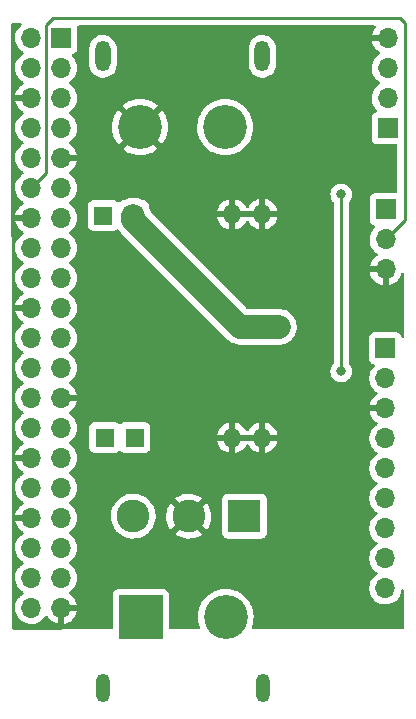
<source format=gbr>
%TF.GenerationSoftware,KiCad,Pcbnew,(6.0.5-0)*%
%TF.CreationDate,2024-03-04T10:57:06-05:00*%
%TF.ProjectId,CubeSat PCB V0.2,43756265-5361-4742-9050-43422056302e,rev?*%
%TF.SameCoordinates,Original*%
%TF.FileFunction,Copper,L2,Bot*%
%TF.FilePolarity,Positive*%
%FSLAX46Y46*%
G04 Gerber Fmt 4.6, Leading zero omitted, Abs format (unit mm)*
G04 Created by KiCad (PCBNEW (6.0.5-0)) date 2024-03-04 10:57:06*
%MOMM*%
%LPD*%
G01*
G04 APERTURE LIST*
%TA.AperFunction,ComponentPad*%
%ADD10O,1.600000X1.600000*%
%TD*%
%TA.AperFunction,ComponentPad*%
%ADD11R,1.600000X1.600000*%
%TD*%
%TA.AperFunction,ComponentPad*%
%ADD12R,3.716000X3.716000*%
%TD*%
%TA.AperFunction,ComponentPad*%
%ADD13C,3.716000*%
%TD*%
%TA.AperFunction,ComponentPad*%
%ADD14O,1.200000X2.400000*%
%TD*%
%TA.AperFunction,ComponentPad*%
%ADD15O,1.300000X2.600000*%
%TD*%
%TA.AperFunction,ComponentPad*%
%ADD16R,2.775000X2.775000*%
%TD*%
%TA.AperFunction,ComponentPad*%
%ADD17C,2.775000*%
%TD*%
%TA.AperFunction,ComponentPad*%
%ADD18R,1.700000X1.700000*%
%TD*%
%TA.AperFunction,ComponentPad*%
%ADD19O,1.700000X1.700000*%
%TD*%
%TA.AperFunction,ViaPad*%
%ADD20C,0.800000*%
%TD*%
%TA.AperFunction,Conductor*%
%ADD21C,2.000000*%
%TD*%
%TA.AperFunction,Conductor*%
%ADD22C,0.250000*%
%TD*%
G04 APERTURE END LIST*
D10*
%TO.P,U1,4,GND*%
%TO.N,GND*%
X104557000Y-85298400D03*
X107097000Y-85273000D03*
D11*
%TO.P,U1,3,Vout*%
%TO.N,+5V*%
X96175000Y-85400000D03*
X93635000Y-85400000D03*
D10*
%TO.P,U1,2,GND*%
%TO.N,GND*%
X107097000Y-104196000D03*
X104557000Y-104221400D03*
D11*
%TO.P,U1,1,Vin*%
%TO.N,+BATT*%
X96302000Y-104196000D03*
X93762000Y-104196000D03*
%TD*%
D12*
%TO.P,J4,1,+*%
%TO.N,+BATT*%
X96800000Y-119375000D03*
D13*
%TO.P,J4,2,-*%
%TO.N,Net-(J4-Pad2)*%
X104000000Y-119375000D03*
D14*
%TO.P,J4,S1*%
%TO.N,N/C*%
X93650000Y-125375000D03*
%TO.P,J4,S2*%
X107150000Y-125375000D03*
%TD*%
D13*
%TO.P,J6,1,-*%
%TO.N,GND*%
X96762500Y-77925000D03*
%TO.P,J6,2,+*%
%TO.N,+BATT*%
X103962500Y-77925000D03*
D15*
%TO.P,J6,S1,SHIELD*%
%TO.N,N/C*%
X93612500Y-71925000D03*
%TO.P,J6,S2,SHIELD*%
X107112500Y-71925000D03*
%TD*%
D16*
%TO.P,SW1,1,A*%
%TO.N,Net-(J4-Pad2)*%
X105575000Y-110850000D03*
D17*
%TO.P,SW1,2,B*%
%TO.N,GND*%
X100875000Y-110850000D03*
%TO.P,SW1,3,C*%
%TO.N,unconnected-(SW1-Pad3)*%
X96175000Y-110850000D03*
%TD*%
D18*
%TO.P,J5,1,Pin_1*%
%TO.N,+5V*%
X117550000Y-84875000D03*
D19*
%TO.P,J5,2,Pin_2*%
%TO.N,/led*%
X117550000Y-87415000D03*
%TO.P,J5,3,Pin_3*%
%TO.N,GND*%
X117550000Y-89955000D03*
%TD*%
%TO.P,J1,40,GPIO21/SCLK1*%
%TO.N,unconnected-(J1-Pad40)*%
X87535000Y-118610000D03*
%TO.P,J1,39,GND*%
%TO.N,GND*%
X90075000Y-118610000D03*
%TO.P,J1,38,GPIO20/MOSI1*%
%TO.N,unconnected-(J1-Pad38)*%
X87535000Y-116070000D03*
%TO.P,J1,37,GPIO26*%
%TO.N,unconnected-(J1-Pad37)*%
X90075000Y-116070000D03*
%TO.P,J1,36,GPIO16*%
%TO.N,unconnected-(J1-Pad36)*%
X87535000Y-113530000D03*
%TO.P,J1,35,GPIO19/MISO1*%
%TO.N,unconnected-(J1-Pad35)*%
X90075000Y-113530000D03*
%TO.P,J1,34,GND*%
%TO.N,GND*%
X87535000Y-110990000D03*
%TO.P,J1,33,PWM1/GPIO13*%
%TO.N,unconnected-(J1-Pad33)*%
X90075000Y-110990000D03*
%TO.P,J1,32,PWM0/GPIO12*%
%TO.N,unconnected-(J1-Pad32)*%
X87535000Y-108450000D03*
%TO.P,J1,31,GCLK2/GPIO6*%
%TO.N,unconnected-(J1-Pad31)*%
X90075000Y-108450000D03*
%TO.P,J1,30,GND*%
%TO.N,GND*%
X87535000Y-105910000D03*
%TO.P,J1,29,GCLK1/GPIO5*%
%TO.N,unconnected-(J1-Pad29)*%
X90075000Y-105910000D03*
%TO.P,J1,28,ID_SC/GPIO1*%
%TO.N,unconnected-(J1-Pad28)*%
X87535000Y-103370000D03*
%TO.P,J1,27,ID_SD/GPIO0*%
%TO.N,unconnected-(J1-Pad27)*%
X90075000Y-103370000D03*
%TO.P,J1,26,~{CE1}/GPIO7*%
%TO.N,unconnected-(J1-Pad26)*%
X87535000Y-100830000D03*
%TO.P,J1,25,GND*%
%TO.N,GND*%
X90075000Y-100830000D03*
%TO.P,J1,24,~{CE0}/GPIO8*%
%TO.N,unconnected-(J1-Pad24)*%
X87535000Y-98290000D03*
%TO.P,J1,23,SCLK0/GPIO11*%
%TO.N,unconnected-(J1-Pad23)*%
X90075000Y-98290000D03*
%TO.P,J1,22,GPIO25*%
%TO.N,unconnected-(J1-Pad22)*%
X87535000Y-95750000D03*
%TO.P,J1,21,MISO0/GPIO9*%
%TO.N,unconnected-(J1-Pad21)*%
X90075000Y-95750000D03*
%TO.P,J1,20,GND*%
%TO.N,GND*%
X87535000Y-93210000D03*
%TO.P,J1,19,MOSI0/GPIO10*%
%TO.N,unconnected-(J1-Pad19)*%
X90075000Y-93210000D03*
%TO.P,J1,18,GPIO24*%
%TO.N,unconnected-(J1-Pad18)*%
X87535000Y-90670000D03*
%TO.P,J1,17,3V3*%
%TO.N,unconnected-(J1-Pad17)*%
X90075000Y-90670000D03*
%TO.P,J1,16,GPIO23*%
%TO.N,unconnected-(J1-Pad16)*%
X87535000Y-88130000D03*
%TO.P,J1,15,GPIO22*%
%TO.N,unconnected-(J1-Pad15)*%
X90075000Y-88130000D03*
%TO.P,J1,14,GND*%
%TO.N,GND*%
X87535000Y-85590000D03*
%TO.P,J1,13,GPIO27*%
%TO.N,unconnected-(J1-Pad13)*%
X90075000Y-85590000D03*
%TO.P,J1,12,GPIO18/PWM0*%
%TO.N,/led*%
X87535000Y-83050000D03*
%TO.P,J1,11,GPIO17*%
%TO.N,unconnected-(J1-Pad11)*%
X90075000Y-83050000D03*
%TO.P,J1,10,GPIO15/RXD*%
%TO.N,unconnected-(J1-Pad10)*%
X87535000Y-80510000D03*
%TO.P,J1,9,GND*%
%TO.N,GND*%
X90075000Y-80510000D03*
%TO.P,J1,8,GPIO14/TXD*%
%TO.N,unconnected-(J1-Pad8)*%
X87535000Y-77970000D03*
%TO.P,J1,7,GCLK0/GPIO4*%
%TO.N,unconnected-(J1-Pad7)*%
X90075000Y-77970000D03*
%TO.P,J1,6,GND*%
%TO.N,GND*%
X87535000Y-75430000D03*
%TO.P,J1,5,SCL/GPIO3*%
%TO.N,/SCL*%
X90075000Y-75430000D03*
%TO.P,J1,4,5V*%
%TO.N,+5V*%
X87535000Y-72890000D03*
%TO.P,J1,3,SDA/GPIO2*%
%TO.N,/SDA*%
X90075000Y-72890000D03*
%TO.P,J1,2,5V*%
%TO.N,+5V*%
X87535000Y-70350000D03*
D18*
%TO.P,J1,1,3V3*%
%TO.N,unconnected-(J1-Pad1)*%
X90075000Y-70350000D03*
%TD*%
%TO.P,J2,1,Pin_1*%
%TO.N,+5V*%
X117725000Y-78000000D03*
D19*
%TO.P,J2,2,Pin_2*%
%TO.N,/SDA*%
X117725000Y-75460000D03*
%TO.P,J2,3,Pin_3*%
%TO.N,/SCL*%
X117725000Y-72920000D03*
%TO.P,J2,4,Pin_4*%
%TO.N,GND*%
X117725000Y-70380000D03*
%TD*%
D18*
%TO.P,J3,1,Pin_1*%
%TO.N,+5V*%
X117525000Y-96650000D03*
D19*
%TO.P,J3,2,Pin_2*%
%TO.N,unconnected-(J3-Pad2)*%
X117525000Y-99190000D03*
%TO.P,J3,3,Pin_3*%
%TO.N,GND*%
X117525000Y-101730000D03*
%TO.P,J3,4,Pin_4*%
%TO.N,/SCL*%
X117525000Y-104270000D03*
%TO.P,J3,5,Pin_5*%
%TO.N,/SDA*%
X117525000Y-106810000D03*
%TO.P,J3,6,Pin_6*%
%TO.N,unconnected-(J3-Pad6)*%
X117525000Y-109350000D03*
%TO.P,J3,7,Pin_7*%
%TO.N,unconnected-(J3-Pad7)*%
X117525000Y-111890000D03*
%TO.P,J3,8,Pin_8*%
%TO.N,unconnected-(J3-Pad8)*%
X117525000Y-114430000D03*
%TO.P,J3,9,Pin_9*%
%TO.N,unconnected-(J3-Pad9)*%
X117525000Y-116970000D03*
%TD*%
D20*
%TO.N,/SCL*%
X113775000Y-98600000D03*
X113775000Y-83600000D03*
%TO.N,+5V*%
X108500000Y-94825000D03*
%TD*%
D21*
%TO.N,+5V*%
X96175000Y-85400000D02*
X96175000Y-85750000D01*
X96175000Y-85750000D02*
X105228000Y-94803000D01*
X105228000Y-94803000D02*
X105278000Y-94803000D01*
X105275000Y-94825000D02*
X108500000Y-94825000D01*
D22*
%TO.N,/SCL*%
X113775000Y-98600000D02*
X113775000Y-83600000D01*
%TO.N,/led*%
X87535000Y-83050000D02*
X88800000Y-81785000D01*
X89400000Y-68675000D02*
X118750000Y-68675000D01*
X118750000Y-68675000D02*
X119175000Y-69100000D01*
X88800000Y-81785000D02*
X88800000Y-69275000D01*
X88800000Y-69275000D02*
X89400000Y-68675000D01*
X119175000Y-69100000D02*
X119175000Y-85790000D01*
X119175000Y-85790000D02*
X117550000Y-87415000D01*
%TD*%
%TA.AperFunction,Conductor*%
%TO.N,GND*%
G36*
X86660891Y-69095002D02*
G01*
X86707384Y-69148658D01*
X86717488Y-69218932D01*
X86687994Y-69283512D01*
X86668423Y-69301760D01*
X86629965Y-69330635D01*
X86475629Y-69492138D01*
X86349743Y-69676680D01*
X86255688Y-69879305D01*
X86195989Y-70094570D01*
X86172251Y-70316695D01*
X86172548Y-70321848D01*
X86172548Y-70321851D01*
X86174511Y-70355888D01*
X86185110Y-70539715D01*
X86186247Y-70544761D01*
X86186248Y-70544767D01*
X86203792Y-70622614D01*
X86234222Y-70757639D01*
X86318266Y-70964616D01*
X86434987Y-71155088D01*
X86581250Y-71323938D01*
X86753126Y-71466632D01*
X86798106Y-71492916D01*
X86826445Y-71509476D01*
X86875169Y-71561114D01*
X86888240Y-71630897D01*
X86861509Y-71696669D01*
X86821055Y-71730027D01*
X86808607Y-71736507D01*
X86804474Y-71739610D01*
X86804471Y-71739612D01*
X86634100Y-71867530D01*
X86629965Y-71870635D01*
X86475629Y-72032138D01*
X86472715Y-72036410D01*
X86472714Y-72036411D01*
X86387556Y-72161249D01*
X86349743Y-72216680D01*
X86255688Y-72419305D01*
X86195989Y-72634570D01*
X86172251Y-72856695D01*
X86172548Y-72861848D01*
X86172548Y-72861851D01*
X86178011Y-72956590D01*
X86185110Y-73079715D01*
X86186247Y-73084761D01*
X86186248Y-73084767D01*
X86193009Y-73114767D01*
X86234222Y-73297639D01*
X86272461Y-73391811D01*
X86315595Y-73498037D01*
X86318266Y-73504616D01*
X86336650Y-73534616D01*
X86432207Y-73690551D01*
X86434987Y-73695088D01*
X86581250Y-73863938D01*
X86753126Y-74006632D01*
X86798809Y-74033327D01*
X86826955Y-74049774D01*
X86875679Y-74101412D01*
X86888750Y-74171195D01*
X86862019Y-74236967D01*
X86821562Y-74270327D01*
X86813457Y-74274546D01*
X86804738Y-74280036D01*
X86634433Y-74407905D01*
X86626726Y-74414748D01*
X86479590Y-74568717D01*
X86473104Y-74576727D01*
X86353098Y-74752649D01*
X86348000Y-74761623D01*
X86258338Y-74954783D01*
X86254775Y-74964470D01*
X86199389Y-75164183D01*
X86200912Y-75172607D01*
X86213292Y-75176000D01*
X87663000Y-75176000D01*
X87731121Y-75196002D01*
X87777614Y-75249658D01*
X87789000Y-75302000D01*
X87789000Y-75558000D01*
X87768998Y-75626121D01*
X87715342Y-75672614D01*
X87663000Y-75684000D01*
X86218225Y-75684000D01*
X86204694Y-75687973D01*
X86203257Y-75697966D01*
X86233565Y-75832446D01*
X86236645Y-75842275D01*
X86316770Y-76039603D01*
X86321413Y-76048794D01*
X86432694Y-76230388D01*
X86438777Y-76238699D01*
X86578213Y-76399667D01*
X86585580Y-76406883D01*
X86749434Y-76542916D01*
X86757881Y-76548831D01*
X86826969Y-76589203D01*
X86875693Y-76640842D01*
X86888764Y-76710625D01*
X86862033Y-76776396D01*
X86821584Y-76809752D01*
X86808607Y-76816507D01*
X86804474Y-76819610D01*
X86804471Y-76819612D01*
X86634100Y-76947530D01*
X86629965Y-76950635D01*
X86475629Y-77112138D01*
X86349743Y-77296680D01*
X86255688Y-77499305D01*
X86195989Y-77714570D01*
X86172251Y-77936695D01*
X86172548Y-77941848D01*
X86172548Y-77941851D01*
X86178011Y-78036590D01*
X86185110Y-78159715D01*
X86186247Y-78164761D01*
X86186248Y-78164767D01*
X86201049Y-78230441D01*
X86234222Y-78377639D01*
X86318266Y-78584616D01*
X86434987Y-78775088D01*
X86581250Y-78943938D01*
X86753126Y-79086632D01*
X86794466Y-79110789D01*
X86826445Y-79129476D01*
X86875169Y-79181114D01*
X86888240Y-79250897D01*
X86861509Y-79316669D01*
X86821055Y-79350027D01*
X86808607Y-79356507D01*
X86804474Y-79359610D01*
X86804471Y-79359612D01*
X86707849Y-79432158D01*
X86629965Y-79490635D01*
X86475629Y-79652138D01*
X86349743Y-79836680D01*
X86347564Y-79841375D01*
X86283752Y-79978847D01*
X86255688Y-80039305D01*
X86195989Y-80254570D01*
X86172251Y-80476695D01*
X86185110Y-80699715D01*
X86186247Y-80704761D01*
X86186248Y-80704767D01*
X86199597Y-80764000D01*
X86234222Y-80917639D01*
X86318266Y-81124616D01*
X86434987Y-81315088D01*
X86581250Y-81483938D01*
X86753126Y-81626632D01*
X86823595Y-81667811D01*
X86826445Y-81669476D01*
X86875169Y-81721114D01*
X86888240Y-81790897D01*
X86861509Y-81856669D01*
X86821055Y-81890027D01*
X86808607Y-81896507D01*
X86804474Y-81899610D01*
X86804471Y-81899612D01*
X86780247Y-81917800D01*
X86629965Y-82030635D01*
X86475629Y-82192138D01*
X86349743Y-82376680D01*
X86255688Y-82579305D01*
X86195989Y-82794570D01*
X86172251Y-83016695D01*
X86172548Y-83021848D01*
X86172548Y-83021851D01*
X86178011Y-83116590D01*
X86185110Y-83239715D01*
X86186247Y-83244761D01*
X86186248Y-83244767D01*
X86206119Y-83332939D01*
X86234222Y-83457639D01*
X86318266Y-83664616D01*
X86369019Y-83747438D01*
X86432291Y-83850688D01*
X86434987Y-83855088D01*
X86581250Y-84023938D01*
X86753126Y-84166632D01*
X86826445Y-84209476D01*
X86826955Y-84209774D01*
X86875679Y-84261412D01*
X86888750Y-84331195D01*
X86862019Y-84396967D01*
X86821562Y-84430327D01*
X86813457Y-84434546D01*
X86804738Y-84440036D01*
X86634433Y-84567905D01*
X86626726Y-84574748D01*
X86479590Y-84728717D01*
X86473104Y-84736727D01*
X86353098Y-84912649D01*
X86348000Y-84921623D01*
X86258338Y-85114783D01*
X86254775Y-85124470D01*
X86199389Y-85324183D01*
X86200912Y-85332607D01*
X86213292Y-85336000D01*
X87663000Y-85336000D01*
X87731121Y-85356002D01*
X87777614Y-85409658D01*
X87789000Y-85462000D01*
X87789000Y-85718000D01*
X87768998Y-85786121D01*
X87715342Y-85832614D01*
X87663000Y-85844000D01*
X86218225Y-85844000D01*
X86204694Y-85847973D01*
X86203257Y-85857966D01*
X86233565Y-85992446D01*
X86236645Y-86002275D01*
X86316770Y-86199603D01*
X86321413Y-86208794D01*
X86432694Y-86390388D01*
X86438777Y-86398699D01*
X86578213Y-86559667D01*
X86585580Y-86566883D01*
X86749434Y-86702916D01*
X86757881Y-86708831D01*
X86826969Y-86749203D01*
X86875693Y-86800842D01*
X86888764Y-86870625D01*
X86862033Y-86936396D01*
X86821584Y-86969752D01*
X86808607Y-86976507D01*
X86804474Y-86979610D01*
X86804471Y-86979612D01*
X86634100Y-87107530D01*
X86629965Y-87110635D01*
X86475629Y-87272138D01*
X86349743Y-87456680D01*
X86334003Y-87490590D01*
X86278683Y-87609767D01*
X86255688Y-87659305D01*
X86195989Y-87874570D01*
X86172251Y-88096695D01*
X86172548Y-88101848D01*
X86172548Y-88101851D01*
X86178011Y-88196590D01*
X86185110Y-88319715D01*
X86186247Y-88324761D01*
X86186248Y-88324767D01*
X86199830Y-88385031D01*
X86234222Y-88537639D01*
X86318266Y-88744616D01*
X86366436Y-88823222D01*
X86432291Y-88930688D01*
X86434987Y-88935088D01*
X86581250Y-89103938D01*
X86753126Y-89246632D01*
X86821563Y-89286623D01*
X86826445Y-89289476D01*
X86875169Y-89341114D01*
X86888240Y-89410897D01*
X86861509Y-89476669D01*
X86821055Y-89510027D01*
X86808607Y-89516507D01*
X86804474Y-89519610D01*
X86804471Y-89519612D01*
X86643992Y-89640103D01*
X86629965Y-89650635D01*
X86475629Y-89812138D01*
X86349743Y-89996680D01*
X86255688Y-90199305D01*
X86195989Y-90414570D01*
X86172251Y-90636695D01*
X86172548Y-90641848D01*
X86172548Y-90641851D01*
X86178011Y-90736590D01*
X86185110Y-90859715D01*
X86186247Y-90864761D01*
X86186248Y-90864767D01*
X86199748Y-90924667D01*
X86234222Y-91077639D01*
X86318266Y-91284616D01*
X86369019Y-91367438D01*
X86432291Y-91470688D01*
X86434987Y-91475088D01*
X86581250Y-91643938D01*
X86753126Y-91786632D01*
X86826445Y-91829476D01*
X86826955Y-91829774D01*
X86875679Y-91881412D01*
X86888750Y-91951195D01*
X86862019Y-92016967D01*
X86821562Y-92050327D01*
X86813457Y-92054546D01*
X86804738Y-92060036D01*
X86634433Y-92187905D01*
X86626726Y-92194748D01*
X86479590Y-92348717D01*
X86473104Y-92356727D01*
X86353098Y-92532649D01*
X86348000Y-92541623D01*
X86258338Y-92734783D01*
X86254775Y-92744470D01*
X86199389Y-92944183D01*
X86200912Y-92952607D01*
X86213292Y-92956000D01*
X87663000Y-92956000D01*
X87731121Y-92976002D01*
X87777614Y-93029658D01*
X87789000Y-93082000D01*
X87789000Y-93338000D01*
X87768998Y-93406121D01*
X87715342Y-93452614D01*
X87663000Y-93464000D01*
X86218225Y-93464000D01*
X86204694Y-93467973D01*
X86203257Y-93477966D01*
X86233565Y-93612446D01*
X86236645Y-93622275D01*
X86316770Y-93819603D01*
X86321413Y-93828794D01*
X86432694Y-94010388D01*
X86438777Y-94018699D01*
X86578213Y-94179667D01*
X86585580Y-94186883D01*
X86749434Y-94322916D01*
X86757881Y-94328831D01*
X86826969Y-94369203D01*
X86875693Y-94420842D01*
X86888764Y-94490625D01*
X86862033Y-94556396D01*
X86821584Y-94589752D01*
X86808607Y-94596507D01*
X86804474Y-94599610D01*
X86804471Y-94599612D01*
X86780247Y-94617800D01*
X86629965Y-94730635D01*
X86475629Y-94892138D01*
X86349743Y-95076680D01*
X86255688Y-95279305D01*
X86195989Y-95494570D01*
X86172251Y-95716695D01*
X86172548Y-95721848D01*
X86172548Y-95721851D01*
X86178011Y-95816590D01*
X86185110Y-95939715D01*
X86186247Y-95944761D01*
X86186248Y-95944767D01*
X86193604Y-95977406D01*
X86234222Y-96157639D01*
X86318266Y-96364616D01*
X86369019Y-96447438D01*
X86432291Y-96550688D01*
X86434987Y-96555088D01*
X86581250Y-96723938D01*
X86753126Y-96866632D01*
X86823595Y-96907811D01*
X86826445Y-96909476D01*
X86875169Y-96961114D01*
X86888240Y-97030897D01*
X86861509Y-97096669D01*
X86821055Y-97130027D01*
X86808607Y-97136507D01*
X86804474Y-97139610D01*
X86804471Y-97139612D01*
X86780247Y-97157800D01*
X86629965Y-97270635D01*
X86475629Y-97432138D01*
X86349743Y-97616680D01*
X86334003Y-97650590D01*
X86293291Y-97738297D01*
X86255688Y-97819305D01*
X86195989Y-98034570D01*
X86172251Y-98256695D01*
X86172548Y-98261848D01*
X86172548Y-98261851D01*
X86181094Y-98410072D01*
X86185110Y-98479715D01*
X86186247Y-98484761D01*
X86186248Y-98484767D01*
X86206119Y-98572939D01*
X86234222Y-98697639D01*
X86318266Y-98904616D01*
X86355435Y-98965271D01*
X86432291Y-99090688D01*
X86434987Y-99095088D01*
X86581250Y-99263938D01*
X86753126Y-99406632D01*
X86785894Y-99425780D01*
X86826445Y-99449476D01*
X86875169Y-99501114D01*
X86888240Y-99570897D01*
X86861509Y-99636669D01*
X86821055Y-99670027D01*
X86808607Y-99676507D01*
X86804474Y-99679610D01*
X86804471Y-99679612D01*
X86634100Y-99807530D01*
X86629965Y-99810635D01*
X86626393Y-99814373D01*
X86548124Y-99896277D01*
X86475629Y-99972138D01*
X86472715Y-99976410D01*
X86472714Y-99976411D01*
X86457798Y-99998277D01*
X86349743Y-100156680D01*
X86255688Y-100359305D01*
X86195989Y-100574570D01*
X86172251Y-100796695D01*
X86172548Y-100801848D01*
X86172548Y-100801851D01*
X86177905Y-100894757D01*
X86185110Y-101019715D01*
X86186247Y-101024761D01*
X86186248Y-101024767D01*
X86199088Y-101081739D01*
X86234222Y-101237639D01*
X86318266Y-101444616D01*
X86320965Y-101449020D01*
X86410022Y-101594348D01*
X86434987Y-101635088D01*
X86581250Y-101803938D01*
X86753126Y-101946632D01*
X86796463Y-101971956D01*
X86826445Y-101989476D01*
X86875169Y-102041114D01*
X86888240Y-102110897D01*
X86861509Y-102176669D01*
X86821055Y-102210027D01*
X86808607Y-102216507D01*
X86804474Y-102219610D01*
X86804471Y-102219612D01*
X86782289Y-102236267D01*
X86629965Y-102350635D01*
X86475629Y-102512138D01*
X86349743Y-102696680D01*
X86334003Y-102730590D01*
X86261168Y-102887500D01*
X86255688Y-102899305D01*
X86195989Y-103114570D01*
X86172251Y-103336695D01*
X86172548Y-103341848D01*
X86172548Y-103341851D01*
X86177888Y-103434457D01*
X86185110Y-103559715D01*
X86186247Y-103564761D01*
X86186248Y-103564767D01*
X86204471Y-103645626D01*
X86234222Y-103777639D01*
X86272461Y-103871811D01*
X86310108Y-103964524D01*
X86318266Y-103984616D01*
X86356716Y-104047361D01*
X86432291Y-104170688D01*
X86434987Y-104175088D01*
X86581250Y-104343938D01*
X86753126Y-104486632D01*
X86764905Y-104493515D01*
X86826955Y-104529774D01*
X86875679Y-104581412D01*
X86888750Y-104651195D01*
X86862019Y-104716967D01*
X86821562Y-104750327D01*
X86813457Y-104754546D01*
X86804738Y-104760036D01*
X86634433Y-104887905D01*
X86626726Y-104894748D01*
X86479590Y-105048717D01*
X86473104Y-105056727D01*
X86353098Y-105232649D01*
X86348000Y-105241623D01*
X86258338Y-105434783D01*
X86254775Y-105444470D01*
X86199389Y-105644183D01*
X86200912Y-105652607D01*
X86213292Y-105656000D01*
X87663000Y-105656000D01*
X87731121Y-105676002D01*
X87777614Y-105729658D01*
X87789000Y-105782000D01*
X87789000Y-106038000D01*
X87768998Y-106106121D01*
X87715342Y-106152614D01*
X87663000Y-106164000D01*
X86218225Y-106164000D01*
X86204694Y-106167973D01*
X86203257Y-106177966D01*
X86233565Y-106312446D01*
X86236645Y-106322275D01*
X86316770Y-106519603D01*
X86321413Y-106528794D01*
X86432694Y-106710388D01*
X86438777Y-106718699D01*
X86578213Y-106879667D01*
X86585580Y-106886883D01*
X86749434Y-107022916D01*
X86757881Y-107028831D01*
X86826969Y-107069203D01*
X86875693Y-107120842D01*
X86888764Y-107190625D01*
X86862033Y-107256396D01*
X86821584Y-107289752D01*
X86808607Y-107296507D01*
X86804474Y-107299610D01*
X86804471Y-107299612D01*
X86634100Y-107427530D01*
X86629965Y-107430635D01*
X86626393Y-107434373D01*
X86548124Y-107516277D01*
X86475629Y-107592138D01*
X86472720Y-107596403D01*
X86472714Y-107596411D01*
X86457798Y-107618277D01*
X86349743Y-107776680D01*
X86255688Y-107979305D01*
X86195989Y-108194570D01*
X86172251Y-108416695D01*
X86172548Y-108421848D01*
X86172548Y-108421851D01*
X86177888Y-108514457D01*
X86185110Y-108639715D01*
X86186247Y-108644761D01*
X86186248Y-108644767D01*
X86206119Y-108732939D01*
X86234222Y-108857639D01*
X86280730Y-108972176D01*
X86305505Y-109033188D01*
X86318266Y-109064616D01*
X86355820Y-109125899D01*
X86432291Y-109250688D01*
X86434987Y-109255088D01*
X86581250Y-109423938D01*
X86753126Y-109566632D01*
X86760103Y-109570709D01*
X86826955Y-109609774D01*
X86875679Y-109661412D01*
X86888750Y-109731195D01*
X86862019Y-109796967D01*
X86821562Y-109830327D01*
X86813457Y-109834546D01*
X86804738Y-109840036D01*
X86634433Y-109967905D01*
X86626726Y-109974748D01*
X86479590Y-110128717D01*
X86473104Y-110136727D01*
X86353098Y-110312649D01*
X86348000Y-110321623D01*
X86258338Y-110514783D01*
X86254775Y-110524470D01*
X86199389Y-110724183D01*
X86200912Y-110732607D01*
X86213292Y-110736000D01*
X87663000Y-110736000D01*
X87731121Y-110756002D01*
X87777614Y-110809658D01*
X87789000Y-110862000D01*
X87789000Y-111118000D01*
X87768998Y-111186121D01*
X87715342Y-111232614D01*
X87663000Y-111244000D01*
X86218225Y-111244000D01*
X86204694Y-111247973D01*
X86203257Y-111257966D01*
X86233565Y-111392446D01*
X86236645Y-111402275D01*
X86316770Y-111599603D01*
X86321413Y-111608794D01*
X86432694Y-111790388D01*
X86438777Y-111798699D01*
X86578213Y-111959667D01*
X86585580Y-111966883D01*
X86749434Y-112102916D01*
X86757881Y-112108831D01*
X86826969Y-112149203D01*
X86875693Y-112200842D01*
X86888764Y-112270625D01*
X86862033Y-112336396D01*
X86821584Y-112369752D01*
X86808607Y-112376507D01*
X86804474Y-112379610D01*
X86804471Y-112379612D01*
X86634100Y-112507530D01*
X86629965Y-112510635D01*
X86626393Y-112514373D01*
X86529820Y-112615431D01*
X86475629Y-112672138D01*
X86472720Y-112676403D01*
X86472714Y-112676411D01*
X86427695Y-112742407D01*
X86349743Y-112856680D01*
X86255688Y-113059305D01*
X86195989Y-113274570D01*
X86172251Y-113496695D01*
X86172548Y-113501848D01*
X86172548Y-113501851D01*
X86177888Y-113594457D01*
X86185110Y-113719715D01*
X86186247Y-113724761D01*
X86186248Y-113724767D01*
X86206119Y-113812939D01*
X86234222Y-113937639D01*
X86318266Y-114144616D01*
X86356716Y-114207361D01*
X86432291Y-114330688D01*
X86434987Y-114335088D01*
X86581250Y-114503938D01*
X86753126Y-114646632D01*
X86823595Y-114687811D01*
X86826445Y-114689476D01*
X86875169Y-114741114D01*
X86888240Y-114810897D01*
X86861509Y-114876669D01*
X86821055Y-114910027D01*
X86808607Y-114916507D01*
X86804474Y-114919610D01*
X86804471Y-114919612D01*
X86634100Y-115047530D01*
X86629965Y-115050635D01*
X86626393Y-115054373D01*
X86548124Y-115136277D01*
X86475629Y-115212138D01*
X86472720Y-115216403D01*
X86472714Y-115216411D01*
X86457798Y-115238277D01*
X86349743Y-115396680D01*
X86255688Y-115599305D01*
X86195989Y-115814570D01*
X86172251Y-116036695D01*
X86172548Y-116041848D01*
X86172548Y-116041851D01*
X86177888Y-116134457D01*
X86185110Y-116259715D01*
X86186247Y-116264761D01*
X86186248Y-116264767D01*
X86206119Y-116352939D01*
X86234222Y-116477639D01*
X86318266Y-116684616D01*
X86356716Y-116747361D01*
X86432291Y-116870688D01*
X86434987Y-116875088D01*
X86581250Y-117043938D01*
X86753126Y-117186632D01*
X86823595Y-117227811D01*
X86826445Y-117229476D01*
X86875169Y-117281114D01*
X86888240Y-117350897D01*
X86861509Y-117416669D01*
X86821055Y-117450027D01*
X86808607Y-117456507D01*
X86804474Y-117459610D01*
X86804471Y-117459612D01*
X86634100Y-117587530D01*
X86629965Y-117590635D01*
X86626393Y-117594373D01*
X86548124Y-117676277D01*
X86475629Y-117752138D01*
X86472715Y-117756410D01*
X86472714Y-117756411D01*
X86457798Y-117778277D01*
X86349743Y-117936680D01*
X86255688Y-118139305D01*
X86195989Y-118354570D01*
X86172251Y-118576695D01*
X86185110Y-118799715D01*
X86186247Y-118804761D01*
X86186248Y-118804767D01*
X86199597Y-118864000D01*
X86234222Y-119017639D01*
X86318266Y-119224616D01*
X86434987Y-119415088D01*
X86581250Y-119583938D01*
X86753126Y-119726632D01*
X86946000Y-119839338D01*
X87154692Y-119919030D01*
X87159760Y-119920061D01*
X87159763Y-119920062D01*
X87254862Y-119939410D01*
X87373597Y-119963567D01*
X87378772Y-119963757D01*
X87378774Y-119963757D01*
X87591673Y-119971564D01*
X87591677Y-119971564D01*
X87596837Y-119971753D01*
X87601957Y-119971097D01*
X87601959Y-119971097D01*
X87813288Y-119944025D01*
X87813289Y-119944025D01*
X87818416Y-119943368D01*
X87823366Y-119941883D01*
X88027429Y-119880661D01*
X88027434Y-119880659D01*
X88032384Y-119879174D01*
X88232994Y-119780896D01*
X88414860Y-119651173D01*
X88573096Y-119493489D01*
X88632594Y-119410689D01*
X88703453Y-119312077D01*
X88704640Y-119312930D01*
X88751960Y-119269362D01*
X88821897Y-119257145D01*
X88887338Y-119284678D01*
X88915166Y-119316511D01*
X88972694Y-119410388D01*
X88978777Y-119418699D01*
X89118213Y-119579667D01*
X89125580Y-119586883D01*
X89289434Y-119722916D01*
X89297881Y-119728831D01*
X89481756Y-119836279D01*
X89491042Y-119840729D01*
X89690001Y-119916703D01*
X89699899Y-119919579D01*
X89803250Y-119940606D01*
X89817299Y-119939410D01*
X89821000Y-119929065D01*
X89821000Y-119928517D01*
X90329000Y-119928517D01*
X90333064Y-119942359D01*
X90346478Y-119944393D01*
X90353184Y-119943534D01*
X90363262Y-119941392D01*
X90567255Y-119880191D01*
X90576842Y-119876433D01*
X90768095Y-119782739D01*
X90776945Y-119777464D01*
X90950328Y-119653792D01*
X90958200Y-119647139D01*
X91109052Y-119496812D01*
X91115730Y-119488965D01*
X91240003Y-119316020D01*
X91245313Y-119307183D01*
X91339670Y-119116267D01*
X91343469Y-119106672D01*
X91405377Y-118902910D01*
X91407555Y-118892837D01*
X91408986Y-118881962D01*
X91406775Y-118867778D01*
X91393617Y-118864000D01*
X90347115Y-118864000D01*
X90331876Y-118868475D01*
X90330671Y-118869865D01*
X90329000Y-118877548D01*
X90329000Y-119928517D01*
X89821000Y-119928517D01*
X89821000Y-118482000D01*
X89841002Y-118413879D01*
X89894658Y-118367386D01*
X89947000Y-118356000D01*
X91393344Y-118356000D01*
X91406875Y-118352027D01*
X91408180Y-118342947D01*
X91366214Y-118175875D01*
X91362894Y-118166124D01*
X91277972Y-117970814D01*
X91273105Y-117961739D01*
X91157426Y-117782926D01*
X91151136Y-117774757D01*
X91007806Y-117617240D01*
X91000273Y-117610215D01*
X90833139Y-117478222D01*
X90824556Y-117472520D01*
X90787602Y-117452120D01*
X90737631Y-117401687D01*
X90722859Y-117332245D01*
X90747975Y-117265839D01*
X90775327Y-117239232D01*
X90798797Y-117222491D01*
X90954860Y-117111173D01*
X91113096Y-116953489D01*
X91170674Y-116873361D01*
X91240435Y-116776277D01*
X91243453Y-116772077D01*
X91250059Y-116758712D01*
X91340136Y-116576453D01*
X91340137Y-116576451D01*
X91342430Y-116571811D01*
X91407370Y-116358069D01*
X91436529Y-116136590D01*
X91437022Y-116116411D01*
X91438074Y-116073365D01*
X91438074Y-116073361D01*
X91438156Y-116070000D01*
X91419852Y-115847361D01*
X91365431Y-115630702D01*
X91276354Y-115425840D01*
X91155014Y-115238277D01*
X91004670Y-115073051D01*
X91000619Y-115069852D01*
X91000615Y-115069848D01*
X90833414Y-114937800D01*
X90833410Y-114937798D01*
X90829359Y-114934598D01*
X90788053Y-114911796D01*
X90738084Y-114861364D01*
X90723312Y-114791921D01*
X90748428Y-114725516D01*
X90775780Y-114698909D01*
X90819603Y-114667650D01*
X90954860Y-114571173D01*
X91113096Y-114413489D01*
X91172594Y-114330689D01*
X91240435Y-114236277D01*
X91243453Y-114232077D01*
X91255669Y-114207361D01*
X91340136Y-114036453D01*
X91340137Y-114036451D01*
X91342430Y-114031811D01*
X91407370Y-113818069D01*
X91436529Y-113596590D01*
X91437022Y-113576411D01*
X91438074Y-113533365D01*
X91438074Y-113533361D01*
X91438156Y-113530000D01*
X91419852Y-113307361D01*
X91365431Y-113090702D01*
X91276354Y-112885840D01*
X91200956Y-112769292D01*
X91157822Y-112702617D01*
X91157820Y-112702614D01*
X91155014Y-112698277D01*
X91004670Y-112533051D01*
X91000619Y-112529852D01*
X91000615Y-112529848D01*
X90833414Y-112397800D01*
X90833410Y-112397798D01*
X90829359Y-112394598D01*
X90788053Y-112371796D01*
X90738084Y-112321364D01*
X90723312Y-112251921D01*
X90748428Y-112185516D01*
X90775780Y-112158909D01*
X90819603Y-112127650D01*
X90954860Y-112031173D01*
X90971330Y-112014761D01*
X91109435Y-111877137D01*
X91113096Y-111873489D01*
X91156294Y-111813373D01*
X91240435Y-111696277D01*
X91243453Y-111692077D01*
X91255669Y-111667361D01*
X91340136Y-111496453D01*
X91340137Y-111496451D01*
X91342430Y-111491811D01*
X91407370Y-111278069D01*
X91436529Y-111056590D01*
X91437022Y-111036411D01*
X91438074Y-110993365D01*
X91438074Y-110993361D01*
X91438156Y-110990000D01*
X91421737Y-110790293D01*
X94275095Y-110790293D01*
X94285636Y-111058588D01*
X94333875Y-111322720D01*
X94418850Y-111577421D01*
X94449973Y-111639707D01*
X94529417Y-111798699D01*
X94538865Y-111817608D01*
X94541394Y-111821267D01*
X94655579Y-111986479D01*
X94691524Y-112038488D01*
X94754516Y-112106632D01*
X94825131Y-112183023D01*
X94873783Y-112235655D01*
X94877237Y-112238467D01*
X95078548Y-112402360D01*
X95078552Y-112402363D01*
X95082005Y-112405174D01*
X95312035Y-112543664D01*
X95316130Y-112545398D01*
X95316132Y-112545399D01*
X95480419Y-112614965D01*
X95559284Y-112648360D01*
X95563577Y-112649498D01*
X95563582Y-112649500D01*
X95648963Y-112672138D01*
X95818818Y-112717174D01*
X96085458Y-112748733D01*
X96353885Y-112742407D01*
X96358279Y-112741676D01*
X96358286Y-112741675D01*
X96614341Y-112699056D01*
X96614345Y-112699055D01*
X96618743Y-112698323D01*
X96874747Y-112617359D01*
X96878758Y-112615433D01*
X96878763Y-112615431D01*
X97112770Y-112503062D01*
X97112771Y-112503061D01*
X97116789Y-112501132D01*
X97121146Y-112498221D01*
X97329626Y-112358920D01*
X99731247Y-112358920D01*
X99738637Y-112369222D01*
X99778837Y-112401950D01*
X99786113Y-112407064D01*
X100008444Y-112540918D01*
X100016368Y-112544955D01*
X100255348Y-112646151D01*
X100263741Y-112649025D01*
X100514605Y-112715540D01*
X100523337Y-112717206D01*
X100781065Y-112747709D01*
X100789931Y-112748127D01*
X101049381Y-112742013D01*
X101058235Y-112741176D01*
X101314236Y-112698566D01*
X101322870Y-112696493D01*
X101570317Y-112618236D01*
X101578579Y-112614965D01*
X101812522Y-112502627D01*
X101820246Y-112498221D01*
X102011255Y-112370593D01*
X102019543Y-112360675D01*
X102012286Y-112346496D01*
X101951424Y-112285634D01*
X103679000Y-112285634D01*
X103685755Y-112347816D01*
X103736885Y-112484205D01*
X103824239Y-112600761D01*
X103940795Y-112688115D01*
X104077184Y-112739245D01*
X104139366Y-112746000D01*
X107010634Y-112746000D01*
X107072816Y-112739245D01*
X107209205Y-112688115D01*
X107325761Y-112600761D01*
X107413115Y-112484205D01*
X107464245Y-112347816D01*
X107471000Y-112285634D01*
X107471000Y-109414366D01*
X107464245Y-109352184D01*
X107413115Y-109215795D01*
X107325761Y-109099239D01*
X107209205Y-109011885D01*
X107072816Y-108960755D01*
X107010634Y-108954000D01*
X104139366Y-108954000D01*
X104077184Y-108960755D01*
X103940795Y-109011885D01*
X103824239Y-109099239D01*
X103736885Y-109215795D01*
X103685755Y-109352184D01*
X103679000Y-109414366D01*
X103679000Y-112285634D01*
X101951424Y-112285634D01*
X100887812Y-111222022D01*
X100873868Y-111214408D01*
X100872035Y-111214539D01*
X100865420Y-111218790D01*
X99738413Y-112345797D01*
X99731247Y-112358920D01*
X97329626Y-112358920D01*
X97336332Y-112354439D01*
X97336336Y-112354436D01*
X97340040Y-112351961D01*
X97508760Y-112200842D01*
X97536727Y-112175793D01*
X97536728Y-112175792D01*
X97540045Y-112172821D01*
X97712814Y-111967287D01*
X97715355Y-111963214D01*
X97852542Y-111743242D01*
X97852542Y-111743241D01*
X97854900Y-111739461D01*
X97963467Y-111493888D01*
X98036349Y-111235467D01*
X98052127Y-111118000D01*
X98071665Y-110972537D01*
X98071666Y-110972529D01*
X98072092Y-110969355D01*
X98075077Y-110874373D01*
X98075742Y-110853222D01*
X98075742Y-110853217D01*
X98075843Y-110850000D01*
X98071932Y-110794761D01*
X98975771Y-110794761D01*
X98985959Y-111054085D01*
X98986934Y-111062912D01*
X99033561Y-111318215D01*
X99035770Y-111326819D01*
X99117902Y-111573000D01*
X99121306Y-111581218D01*
X99237307Y-111813373D01*
X99241825Y-111821012D01*
X99355337Y-111985251D01*
X99365657Y-111993603D01*
X99379311Y-111986479D01*
X100502978Y-110862812D01*
X100509356Y-110851132D01*
X101239408Y-110851132D01*
X101239539Y-110852965D01*
X101243790Y-110859580D01*
X102371645Y-111987435D01*
X102385045Y-111994752D01*
X102394949Y-111987764D01*
X102409543Y-111970403D01*
X102414766Y-111963214D01*
X102552103Y-111743001D01*
X102556255Y-111735161D01*
X102661195Y-111497789D01*
X102664205Y-111489428D01*
X102734647Y-111239658D01*
X102736451Y-111230950D01*
X102771165Y-110972505D01*
X102771693Y-110966112D01*
X102775241Y-110853222D01*
X102775114Y-110846779D01*
X102756699Y-110586688D01*
X102755447Y-110577885D01*
X102700823Y-110324173D01*
X102698344Y-110315640D01*
X102608519Y-110072159D01*
X102604864Y-110064064D01*
X102481630Y-109835672D01*
X102476862Y-109828158D01*
X102393819Y-109715728D01*
X102382692Y-109707287D01*
X102370099Y-109714111D01*
X101247022Y-110837188D01*
X101239408Y-110851132D01*
X100509356Y-110851132D01*
X100510592Y-110848868D01*
X100510461Y-110847035D01*
X100506210Y-110840420D01*
X99379720Y-109713930D01*
X99366879Y-109706918D01*
X99356190Y-109714714D01*
X99306027Y-109778344D01*
X99301026Y-109785703D01*
X99170678Y-110010111D01*
X99166766Y-110018099D01*
X99069340Y-110258630D01*
X99066593Y-110267088D01*
X99004029Y-110518951D01*
X99002501Y-110527709D01*
X98976050Y-110785877D01*
X98975771Y-110794761D01*
X98071932Y-110794761D01*
X98056880Y-110582169D01*
X98051186Y-110555719D01*
X98001304Y-110324029D01*
X98001304Y-110324027D01*
X98000368Y-110319682D01*
X97907435Y-110067776D01*
X97905321Y-110063858D01*
X97782048Y-109835393D01*
X97779935Y-109831477D01*
X97620412Y-109615501D01*
X97614775Y-109609774D01*
X97500973Y-109494171D01*
X97432050Y-109424157D01*
X97428510Y-109421456D01*
X97428504Y-109421450D01*
X97323940Y-109341649D01*
X99732006Y-109341649D01*
X99738986Y-109354776D01*
X100862188Y-110477978D01*
X100876132Y-110485592D01*
X100877965Y-110485461D01*
X100884580Y-110481210D01*
X102010885Y-109354905D01*
X102017739Y-109342353D01*
X102009532Y-109331283D01*
X101921872Y-109264382D01*
X101914446Y-109259505D01*
X101688015Y-109132697D01*
X101679963Y-109128908D01*
X101437932Y-109035273D01*
X101429442Y-109032661D01*
X101176618Y-108974060D01*
X101167840Y-108972670D01*
X100909281Y-108950276D01*
X100900410Y-108950136D01*
X100641267Y-108964398D01*
X100632457Y-108965512D01*
X100377923Y-109016141D01*
X100369348Y-109018487D01*
X100124491Y-109104474D01*
X100116324Y-109108008D01*
X99886025Y-109227640D01*
X99878453Y-109232279D01*
X99740408Y-109330928D01*
X99732006Y-109341649D01*
X97323940Y-109341649D01*
X97222147Y-109263963D01*
X97222143Y-109263960D01*
X97218606Y-109261261D01*
X96984340Y-109130066D01*
X96733924Y-109033188D01*
X96729599Y-109032185D01*
X96729594Y-109032184D01*
X96585944Y-108998888D01*
X96472357Y-108972560D01*
X96204857Y-108949392D01*
X96200422Y-108949636D01*
X96200418Y-108949636D01*
X95941204Y-108963901D01*
X95941197Y-108963902D01*
X95936761Y-108964146D01*
X95673419Y-109016528D01*
X95420084Y-109105493D01*
X95181812Y-109229265D01*
X95178197Y-109231848D01*
X95178191Y-109231852D01*
X94966978Y-109382787D01*
X94966974Y-109382790D01*
X94963357Y-109385375D01*
X94899334Y-109446450D01*
X94806985Y-109534547D01*
X94769077Y-109570709D01*
X94602850Y-109781568D01*
X94467991Y-110013745D01*
X94466323Y-110017862D01*
X94466320Y-110017869D01*
X94410996Y-110154457D01*
X94367191Y-110262607D01*
X94302462Y-110523190D01*
X94275095Y-110790293D01*
X91421737Y-110790293D01*
X91419852Y-110767361D01*
X91365431Y-110550702D01*
X91276354Y-110345840D01*
X91155014Y-110158277D01*
X91004670Y-109993051D01*
X91000619Y-109989852D01*
X91000615Y-109989848D01*
X90833414Y-109857800D01*
X90833410Y-109857798D01*
X90829359Y-109854598D01*
X90788053Y-109831796D01*
X90738084Y-109781364D01*
X90723312Y-109711921D01*
X90748428Y-109645516D01*
X90775780Y-109618909D01*
X90843354Y-109570709D01*
X90954860Y-109491173D01*
X91018919Y-109427338D01*
X91091734Y-109354776D01*
X91113096Y-109333489D01*
X91172594Y-109250689D01*
X91240435Y-109156277D01*
X91243453Y-109152077D01*
X91248988Y-109140879D01*
X91340136Y-108956453D01*
X91340137Y-108956451D01*
X91342430Y-108951811D01*
X91407370Y-108738069D01*
X91436529Y-108516590D01*
X91437022Y-108496411D01*
X91438074Y-108453365D01*
X91438074Y-108453361D01*
X91438156Y-108450000D01*
X91419852Y-108227361D01*
X91365431Y-108010702D01*
X91276354Y-107805840D01*
X91155014Y-107618277D01*
X91004670Y-107453051D01*
X91000619Y-107449852D01*
X91000615Y-107449848D01*
X90833414Y-107317800D01*
X90833410Y-107317798D01*
X90829359Y-107314598D01*
X90788053Y-107291796D01*
X90738084Y-107241364D01*
X90723312Y-107171921D01*
X90748428Y-107105516D01*
X90775780Y-107078909D01*
X90834454Y-107037057D01*
X90954860Y-106951173D01*
X91113096Y-106793489D01*
X91243453Y-106612077D01*
X91255669Y-106587361D01*
X91340136Y-106416453D01*
X91340137Y-106416451D01*
X91342430Y-106411811D01*
X91407370Y-106198069D01*
X91436529Y-105976590D01*
X91437022Y-105956411D01*
X91438074Y-105913365D01*
X91438074Y-105913361D01*
X91438156Y-105910000D01*
X91419852Y-105687361D01*
X91365431Y-105470702D01*
X91276354Y-105265840D01*
X91177940Y-105113715D01*
X91157822Y-105082617D01*
X91157820Y-105082614D01*
X91155014Y-105078277D01*
X91123946Y-105044134D01*
X92453500Y-105044134D01*
X92460255Y-105106316D01*
X92511385Y-105242705D01*
X92598739Y-105359261D01*
X92715295Y-105446615D01*
X92851684Y-105497745D01*
X92913866Y-105504500D01*
X94610134Y-105504500D01*
X94672316Y-105497745D01*
X94808705Y-105446615D01*
X94925261Y-105359261D01*
X94931174Y-105351372D01*
X94931878Y-105350845D01*
X94936992Y-105345731D01*
X94937730Y-105346469D01*
X94988031Y-105308857D01*
X95058849Y-105303830D01*
X95121143Y-105337888D01*
X95132823Y-105351367D01*
X95138739Y-105359261D01*
X95255295Y-105446615D01*
X95391684Y-105497745D01*
X95453866Y-105504500D01*
X97150134Y-105504500D01*
X97212316Y-105497745D01*
X97348705Y-105446615D01*
X97465261Y-105359261D01*
X97552615Y-105242705D01*
X97603745Y-105106316D01*
X97610500Y-105044134D01*
X97610500Y-104487922D01*
X103274273Y-104487922D01*
X103321764Y-104665161D01*
X103325510Y-104675453D01*
X103417586Y-104872911D01*
X103423069Y-104882407D01*
X103548028Y-105060867D01*
X103555084Y-105069275D01*
X103709125Y-105223316D01*
X103717533Y-105230372D01*
X103895993Y-105355331D01*
X103905489Y-105360814D01*
X104102947Y-105452890D01*
X104113239Y-105456636D01*
X104285503Y-105502794D01*
X104299599Y-105502458D01*
X104303000Y-105494516D01*
X104303000Y-105489367D01*
X104811000Y-105489367D01*
X104814973Y-105502898D01*
X104823522Y-105504127D01*
X105000761Y-105456636D01*
X105011053Y-105452890D01*
X105208511Y-105360814D01*
X105218007Y-105355331D01*
X105396467Y-105230372D01*
X105404875Y-105223316D01*
X105558916Y-105069275D01*
X105565972Y-105060867D01*
X105690931Y-104882407D01*
X105696416Y-104872907D01*
X105718727Y-104825060D01*
X105765644Y-104771774D01*
X105833921Y-104752313D01*
X105901881Y-104772855D01*
X105947117Y-104825059D01*
X105957586Y-104847511D01*
X105963069Y-104857007D01*
X106088028Y-105035467D01*
X106095084Y-105043875D01*
X106249125Y-105197916D01*
X106257533Y-105204972D01*
X106435993Y-105329931D01*
X106445489Y-105335414D01*
X106642947Y-105427490D01*
X106653239Y-105431236D01*
X106825503Y-105477394D01*
X106839599Y-105477058D01*
X106843000Y-105469116D01*
X106843000Y-105463967D01*
X107351000Y-105463967D01*
X107354973Y-105477498D01*
X107363522Y-105478727D01*
X107540761Y-105431236D01*
X107551053Y-105427490D01*
X107748511Y-105335414D01*
X107758007Y-105329931D01*
X107936467Y-105204972D01*
X107944875Y-105197916D01*
X108098916Y-105043875D01*
X108105972Y-105035467D01*
X108230931Y-104857007D01*
X108236414Y-104847511D01*
X108328490Y-104650053D01*
X108332236Y-104639761D01*
X108378394Y-104467497D01*
X108378058Y-104453401D01*
X108370116Y-104450000D01*
X107369115Y-104450000D01*
X107353876Y-104454475D01*
X107352671Y-104455865D01*
X107351000Y-104463548D01*
X107351000Y-105463967D01*
X106843000Y-105463967D01*
X106843000Y-104468115D01*
X106838525Y-104452876D01*
X106837135Y-104451671D01*
X106829452Y-104450000D01*
X105923115Y-104450000D01*
X105879235Y-104462884D01*
X105867705Y-104470295D01*
X105832202Y-104475400D01*
X104829115Y-104475400D01*
X104813876Y-104479875D01*
X104812671Y-104481265D01*
X104811000Y-104488948D01*
X104811000Y-105489367D01*
X104303000Y-105489367D01*
X104303000Y-104493515D01*
X104298525Y-104478276D01*
X104297135Y-104477071D01*
X104289452Y-104475400D01*
X103289033Y-104475400D01*
X103275502Y-104479373D01*
X103274273Y-104487922D01*
X97610500Y-104487922D01*
X97610500Y-103949903D01*
X103275606Y-103949903D01*
X103275942Y-103963999D01*
X103283884Y-103967400D01*
X104284885Y-103967400D01*
X104300124Y-103962925D01*
X104301329Y-103961535D01*
X104303000Y-103953852D01*
X104303000Y-103949285D01*
X104811000Y-103949285D01*
X104815475Y-103964524D01*
X104816865Y-103965729D01*
X104824548Y-103967400D01*
X105730885Y-103967400D01*
X105774765Y-103954516D01*
X105786295Y-103947105D01*
X105821798Y-103942000D01*
X106824885Y-103942000D01*
X106840124Y-103937525D01*
X106841329Y-103936135D01*
X106843000Y-103928452D01*
X106843000Y-103923885D01*
X107351000Y-103923885D01*
X107355475Y-103939124D01*
X107356865Y-103940329D01*
X107364548Y-103942000D01*
X108364967Y-103942000D01*
X108378498Y-103938027D01*
X108379727Y-103929478D01*
X108332236Y-103752239D01*
X108328490Y-103741947D01*
X108236414Y-103544489D01*
X108230931Y-103534993D01*
X108105972Y-103356533D01*
X108098916Y-103348125D01*
X107944875Y-103194084D01*
X107936467Y-103187028D01*
X107758007Y-103062069D01*
X107748511Y-103056586D01*
X107551053Y-102964510D01*
X107540761Y-102960764D01*
X107368497Y-102914606D01*
X107354401Y-102914942D01*
X107351000Y-102922884D01*
X107351000Y-103923885D01*
X106843000Y-103923885D01*
X106843000Y-102928033D01*
X106839027Y-102914502D01*
X106830478Y-102913273D01*
X106653239Y-102960764D01*
X106642947Y-102964510D01*
X106445489Y-103056586D01*
X106435993Y-103062069D01*
X106257533Y-103187028D01*
X106249125Y-103194084D01*
X106095084Y-103348125D01*
X106088028Y-103356533D01*
X105963069Y-103534993D01*
X105957584Y-103544493D01*
X105935273Y-103592340D01*
X105888356Y-103645626D01*
X105820079Y-103665087D01*
X105752119Y-103644545D01*
X105706883Y-103592341D01*
X105696414Y-103569889D01*
X105690931Y-103560393D01*
X105565972Y-103381933D01*
X105558916Y-103373525D01*
X105404875Y-103219484D01*
X105396467Y-103212428D01*
X105218007Y-103087469D01*
X105208511Y-103081986D01*
X105011053Y-102989910D01*
X105000761Y-102986164D01*
X104828497Y-102940006D01*
X104814401Y-102940342D01*
X104811000Y-102948284D01*
X104811000Y-103949285D01*
X104303000Y-103949285D01*
X104303000Y-102953433D01*
X104299027Y-102939902D01*
X104290478Y-102938673D01*
X104113239Y-102986164D01*
X104102947Y-102989910D01*
X103905489Y-103081986D01*
X103895993Y-103087469D01*
X103717533Y-103212428D01*
X103709125Y-103219484D01*
X103555084Y-103373525D01*
X103548028Y-103381933D01*
X103423069Y-103560393D01*
X103417586Y-103569889D01*
X103325510Y-103767347D01*
X103321764Y-103777639D01*
X103275606Y-103949903D01*
X97610500Y-103949903D01*
X97610500Y-103347866D01*
X97603745Y-103285684D01*
X97552615Y-103149295D01*
X97465261Y-103032739D01*
X97348705Y-102945385D01*
X97212316Y-102894255D01*
X97150134Y-102887500D01*
X95453866Y-102887500D01*
X95391684Y-102894255D01*
X95255295Y-102945385D01*
X95138739Y-103032739D01*
X95132826Y-103040628D01*
X95132122Y-103041155D01*
X95127008Y-103046269D01*
X95126270Y-103045531D01*
X95075969Y-103083143D01*
X95005151Y-103088170D01*
X94942857Y-103054112D01*
X94931177Y-103040633D01*
X94925261Y-103032739D01*
X94808705Y-102945385D01*
X94672316Y-102894255D01*
X94610134Y-102887500D01*
X92913866Y-102887500D01*
X92851684Y-102894255D01*
X92715295Y-102945385D01*
X92598739Y-103032739D01*
X92511385Y-103149295D01*
X92460255Y-103285684D01*
X92453500Y-103347866D01*
X92453500Y-105044134D01*
X91123946Y-105044134D01*
X91004670Y-104913051D01*
X91000619Y-104909852D01*
X91000615Y-104909848D01*
X90833414Y-104777800D01*
X90833410Y-104777798D01*
X90829359Y-104774598D01*
X90788053Y-104751796D01*
X90738084Y-104701364D01*
X90723312Y-104631921D01*
X90748428Y-104565516D01*
X90775780Y-104538909D01*
X90844307Y-104490029D01*
X90954860Y-104411173D01*
X91113096Y-104253489D01*
X91172594Y-104170689D01*
X91240435Y-104076277D01*
X91243453Y-104072077D01*
X91255669Y-104047361D01*
X91340136Y-103876453D01*
X91340137Y-103876451D01*
X91342430Y-103871811D01*
X91407370Y-103658069D01*
X91436529Y-103436590D01*
X91437022Y-103416411D01*
X91438074Y-103373365D01*
X91438074Y-103373361D01*
X91438156Y-103370000D01*
X91419852Y-103147361D01*
X91365431Y-102930702D01*
X91276354Y-102725840D01*
X91155014Y-102538277D01*
X91004670Y-102373051D01*
X91000619Y-102369852D01*
X91000615Y-102369848D01*
X90833414Y-102237800D01*
X90833410Y-102237798D01*
X90829359Y-102234598D01*
X90787569Y-102211529D01*
X90737598Y-102161097D01*
X90722826Y-102091654D01*
X90747942Y-102025248D01*
X90775294Y-101998641D01*
X90950328Y-101873792D01*
X90958200Y-101867139D01*
X91109052Y-101716812D01*
X91115730Y-101708965D01*
X91240003Y-101536020D01*
X91245313Y-101527183D01*
X91339670Y-101336267D01*
X91343469Y-101326672D01*
X91405377Y-101122910D01*
X91407555Y-101112837D01*
X91408986Y-101101962D01*
X91406775Y-101087778D01*
X91393617Y-101084000D01*
X89947000Y-101084000D01*
X89878879Y-101063998D01*
X89832386Y-101010342D01*
X89821000Y-100958000D01*
X89821000Y-100702000D01*
X89841002Y-100633879D01*
X89894658Y-100587386D01*
X89947000Y-100576000D01*
X91393344Y-100576000D01*
X91406875Y-100572027D01*
X91408180Y-100562947D01*
X91366214Y-100395875D01*
X91362894Y-100386124D01*
X91277972Y-100190814D01*
X91273105Y-100181739D01*
X91157426Y-100002926D01*
X91151136Y-99994757D01*
X91007806Y-99837240D01*
X91000273Y-99830215D01*
X90833139Y-99698222D01*
X90824556Y-99692520D01*
X90787602Y-99672120D01*
X90737631Y-99621687D01*
X90722859Y-99552245D01*
X90747975Y-99485839D01*
X90775327Y-99459232D01*
X90822225Y-99425780D01*
X90954860Y-99331173D01*
X91113096Y-99173489D01*
X91172594Y-99090689D01*
X91240435Y-98996277D01*
X91243453Y-98992077D01*
X91255669Y-98967361D01*
X91340136Y-98796453D01*
X91340137Y-98796451D01*
X91342430Y-98791811D01*
X91400707Y-98600000D01*
X112861496Y-98600000D01*
X112862186Y-98606565D01*
X112880171Y-98777680D01*
X112881458Y-98789928D01*
X112940473Y-98971556D01*
X113035960Y-99136944D01*
X113040378Y-99141851D01*
X113040379Y-99141852D01*
X113146788Y-99260031D01*
X113163747Y-99278866D01*
X113262843Y-99350864D01*
X113309507Y-99384767D01*
X113318248Y-99391118D01*
X113324276Y-99393802D01*
X113324278Y-99393803D01*
X113486681Y-99466109D01*
X113492712Y-99468794D01*
X113572902Y-99485839D01*
X113673056Y-99507128D01*
X113673061Y-99507128D01*
X113679513Y-99508500D01*
X113870487Y-99508500D01*
X113876939Y-99507128D01*
X113876944Y-99507128D01*
X113977098Y-99485839D01*
X114057288Y-99468794D01*
X114063319Y-99466109D01*
X114225722Y-99393803D01*
X114225724Y-99393802D01*
X114231752Y-99391118D01*
X114240494Y-99384767D01*
X114287157Y-99350864D01*
X114386253Y-99278866D01*
X114403212Y-99260031D01*
X114509621Y-99141852D01*
X114509622Y-99141851D01*
X114514040Y-99136944D01*
X114609527Y-98971556D01*
X114668542Y-98789928D01*
X114669830Y-98777680D01*
X114687814Y-98606565D01*
X114688504Y-98600000D01*
X114668542Y-98410072D01*
X114609527Y-98228444D01*
X114592856Y-98199568D01*
X114572314Y-98163990D01*
X114514040Y-98063056D01*
X114440863Y-97981785D01*
X114410147Y-97917779D01*
X114408500Y-97897476D01*
X114408500Y-90222966D01*
X116218257Y-90222966D01*
X116248565Y-90357446D01*
X116251645Y-90367275D01*
X116331770Y-90564603D01*
X116336413Y-90573794D01*
X116447694Y-90755388D01*
X116453777Y-90763699D01*
X116593213Y-90924667D01*
X116600580Y-90931883D01*
X116764434Y-91067916D01*
X116772881Y-91073831D01*
X116956756Y-91181279D01*
X116966042Y-91185729D01*
X117165001Y-91261703D01*
X117174899Y-91264579D01*
X117278250Y-91285606D01*
X117292299Y-91284410D01*
X117296000Y-91274065D01*
X117296000Y-90227115D01*
X117291525Y-90211876D01*
X117290135Y-90210671D01*
X117282452Y-90209000D01*
X116233225Y-90209000D01*
X116219694Y-90212973D01*
X116218257Y-90222966D01*
X114408500Y-90222966D01*
X114408500Y-84302524D01*
X114428502Y-84234403D01*
X114440858Y-84218221D01*
X114514040Y-84136944D01*
X114603780Y-83981510D01*
X114606223Y-83977279D01*
X114606224Y-83977278D01*
X114609527Y-83971556D01*
X114668542Y-83789928D01*
X114672004Y-83756994D01*
X114687814Y-83606565D01*
X114688504Y-83600000D01*
X114681667Y-83534945D01*
X114669232Y-83416635D01*
X114669232Y-83416633D01*
X114668542Y-83410072D01*
X114609527Y-83228444D01*
X114514040Y-83063056D01*
X114502285Y-83050000D01*
X114390675Y-82926045D01*
X114390674Y-82926044D01*
X114386253Y-82921134D01*
X114231752Y-82808882D01*
X114225724Y-82806198D01*
X114225722Y-82806197D01*
X114063319Y-82733891D01*
X114063318Y-82733891D01*
X114057288Y-82731206D01*
X113963887Y-82711353D01*
X113876944Y-82692872D01*
X113876939Y-82692872D01*
X113870487Y-82691500D01*
X113679513Y-82691500D01*
X113673061Y-82692872D01*
X113673056Y-82692872D01*
X113586113Y-82711353D01*
X113492712Y-82731206D01*
X113486682Y-82733891D01*
X113486681Y-82733891D01*
X113324278Y-82806197D01*
X113324276Y-82806198D01*
X113318248Y-82808882D01*
X113163747Y-82921134D01*
X113159326Y-82926044D01*
X113159325Y-82926045D01*
X113047716Y-83050000D01*
X113035960Y-83063056D01*
X112940473Y-83228444D01*
X112881458Y-83410072D01*
X112880768Y-83416633D01*
X112880768Y-83416635D01*
X112868333Y-83534945D01*
X112861496Y-83600000D01*
X112862186Y-83606565D01*
X112877997Y-83756994D01*
X112881458Y-83789928D01*
X112940473Y-83971556D01*
X112943776Y-83977278D01*
X112943777Y-83977279D01*
X112946220Y-83981510D01*
X113035960Y-84136944D01*
X113109137Y-84218215D01*
X113139853Y-84282221D01*
X113141500Y-84302524D01*
X113141500Y-97897476D01*
X113121498Y-97965597D01*
X113109142Y-97981779D01*
X113035960Y-98063056D01*
X112977686Y-98163990D01*
X112957145Y-98199568D01*
X112940473Y-98228444D01*
X112881458Y-98410072D01*
X112861496Y-98600000D01*
X91400707Y-98600000D01*
X91405865Y-98583023D01*
X91405865Y-98583021D01*
X91407370Y-98578069D01*
X91436529Y-98356590D01*
X91437022Y-98336411D01*
X91438074Y-98293365D01*
X91438074Y-98293361D01*
X91438156Y-98290000D01*
X91419852Y-98067361D01*
X91365431Y-97850702D01*
X91276354Y-97645840D01*
X91155014Y-97458277D01*
X91004670Y-97293051D01*
X91000619Y-97289852D01*
X91000615Y-97289848D01*
X90833414Y-97157800D01*
X90833410Y-97157798D01*
X90829359Y-97154598D01*
X90788053Y-97131796D01*
X90738084Y-97081364D01*
X90723312Y-97011921D01*
X90748428Y-96945516D01*
X90775780Y-96918909D01*
X90819603Y-96887650D01*
X90954860Y-96791173D01*
X91113096Y-96633489D01*
X91172594Y-96550689D01*
X91240435Y-96456277D01*
X91243453Y-96452077D01*
X91264320Y-96409857D01*
X91340136Y-96256453D01*
X91340137Y-96256451D01*
X91342430Y-96251811D01*
X91384834Y-96112242D01*
X91405865Y-96043023D01*
X91405865Y-96043021D01*
X91407370Y-96038069D01*
X91436529Y-95816590D01*
X91438156Y-95750000D01*
X91419852Y-95527361D01*
X91365431Y-95310702D01*
X91276354Y-95105840D01*
X91155014Y-94918277D01*
X91004670Y-94753051D01*
X91000619Y-94749852D01*
X91000615Y-94749848D01*
X90833414Y-94617800D01*
X90833410Y-94617798D01*
X90829359Y-94614598D01*
X90788053Y-94591796D01*
X90738084Y-94541364D01*
X90723312Y-94471921D01*
X90748428Y-94405516D01*
X90775780Y-94378909D01*
X90819603Y-94347650D01*
X90954860Y-94251173D01*
X91113096Y-94093489D01*
X91243453Y-93912077D01*
X91256995Y-93884678D01*
X91340136Y-93716453D01*
X91340137Y-93716451D01*
X91342430Y-93711811D01*
X91374900Y-93604940D01*
X91405865Y-93503023D01*
X91405865Y-93503021D01*
X91407370Y-93498069D01*
X91436529Y-93276590D01*
X91438156Y-93210000D01*
X91419852Y-92987361D01*
X91365431Y-92770702D01*
X91276354Y-92565840D01*
X91155014Y-92378277D01*
X91004670Y-92213051D01*
X91000619Y-92209852D01*
X91000615Y-92209848D01*
X90833414Y-92077800D01*
X90833410Y-92077798D01*
X90829359Y-92074598D01*
X90788053Y-92051796D01*
X90738084Y-92001364D01*
X90723312Y-91931921D01*
X90748428Y-91865516D01*
X90775780Y-91838909D01*
X90819603Y-91807650D01*
X90954860Y-91711173D01*
X91113096Y-91553489D01*
X91172594Y-91470689D01*
X91240435Y-91376277D01*
X91243453Y-91372077D01*
X91264320Y-91329857D01*
X91340136Y-91176453D01*
X91340137Y-91176451D01*
X91342430Y-91171811D01*
X91407370Y-90958069D01*
X91436529Y-90736590D01*
X91438156Y-90670000D01*
X91419852Y-90447361D01*
X91365431Y-90230702D01*
X91276354Y-90025840D01*
X91155014Y-89838277D01*
X91004670Y-89673051D01*
X91000619Y-89669852D01*
X91000615Y-89669848D01*
X90833414Y-89537800D01*
X90833410Y-89537798D01*
X90829359Y-89534598D01*
X90788053Y-89511796D01*
X90738084Y-89461364D01*
X90723312Y-89391921D01*
X90748428Y-89325516D01*
X90775780Y-89298909D01*
X90819603Y-89267650D01*
X90954860Y-89171173D01*
X90998259Y-89127926D01*
X91109435Y-89017137D01*
X91113096Y-89013489D01*
X91172594Y-88930689D01*
X91240435Y-88836277D01*
X91243453Y-88832077D01*
X91247830Y-88823222D01*
X91340136Y-88636453D01*
X91340137Y-88636451D01*
X91342430Y-88631811D01*
X91407370Y-88418069D01*
X91436529Y-88196590D01*
X91438156Y-88130000D01*
X91419852Y-87907361D01*
X91365431Y-87690702D01*
X91276354Y-87485840D01*
X91155014Y-87298277D01*
X91004670Y-87133051D01*
X91000619Y-87129852D01*
X91000615Y-87129848D01*
X90833414Y-86997800D01*
X90833410Y-86997798D01*
X90829359Y-86994598D01*
X90788053Y-86971796D01*
X90738084Y-86921364D01*
X90723312Y-86851921D01*
X90748428Y-86785516D01*
X90775780Y-86758909D01*
X90836623Y-86715510D01*
X90954860Y-86631173D01*
X91006315Y-86579898D01*
X91052738Y-86533636D01*
X91113096Y-86473489D01*
X91169040Y-86395635D01*
X91240435Y-86296277D01*
X91243453Y-86292077D01*
X91248434Y-86282000D01*
X91265171Y-86248134D01*
X92326500Y-86248134D01*
X92333255Y-86310316D01*
X92384385Y-86446705D01*
X92471739Y-86563261D01*
X92588295Y-86650615D01*
X92724684Y-86701745D01*
X92786866Y-86708500D01*
X94483134Y-86708500D01*
X94545316Y-86701745D01*
X94681705Y-86650615D01*
X94761014Y-86591176D01*
X94827520Y-86566328D01*
X94896903Y-86581381D01*
X94943199Y-86624859D01*
X94949063Y-86634171D01*
X94963167Y-86656567D01*
X94966508Y-86660356D01*
X94966512Y-86660362D01*
X94984898Y-86681217D01*
X94993344Y-86691912D01*
X95012274Y-86718747D01*
X95031909Y-86740250D01*
X95071625Y-86779966D01*
X95077044Y-86785736D01*
X95120350Y-86834858D01*
X95120353Y-86834861D01*
X95123698Y-86838655D01*
X95127612Y-86841870D01*
X95127613Y-86841871D01*
X95155987Y-86865178D01*
X95165107Y-86873448D01*
X104144343Y-95852685D01*
X104146797Y-95855207D01*
X104215332Y-95927681D01*
X104219349Y-95930752D01*
X104219352Y-95930755D01*
X104277761Y-95975412D01*
X104282892Y-95979553D01*
X104342720Y-96030470D01*
X104347046Y-96033090D01*
X104347053Y-96033095D01*
X104370824Y-96047491D01*
X104382071Y-96055163D01*
X104408174Y-96075120D01*
X104477416Y-96112247D01*
X104483137Y-96115510D01*
X104550357Y-96156220D01*
X104580834Y-96168534D01*
X104593150Y-96174303D01*
X104622109Y-96189831D01*
X104629210Y-96192276D01*
X104647725Y-96200366D01*
X104664647Y-96209440D01*
X104664662Y-96209446D01*
X104669109Y-96211831D01*
X104673888Y-96213476D01*
X104673889Y-96213477D01*
X104875193Y-96282792D01*
X104898631Y-96290862D01*
X104997978Y-96308022D01*
X105133926Y-96331504D01*
X105133932Y-96331505D01*
X105137836Y-96332179D01*
X105141797Y-96332359D01*
X105141798Y-96332359D01*
X105165506Y-96333436D01*
X105165525Y-96333436D01*
X105166925Y-96333500D01*
X108561001Y-96333500D01*
X108563509Y-96333298D01*
X108563514Y-96333298D01*
X108736924Y-96319346D01*
X108736929Y-96319345D01*
X108741965Y-96318940D01*
X108746873Y-96317734D01*
X108746876Y-96317734D01*
X108972792Y-96262244D01*
X108977706Y-96261037D01*
X108982358Y-96259062D01*
X108982362Y-96259061D01*
X109141579Y-96191477D01*
X109201156Y-96166188D01*
X109377447Y-96055171D01*
X109402288Y-96039528D01*
X109402291Y-96039526D01*
X109406567Y-96036833D01*
X109530377Y-95927681D01*
X109584858Y-95879650D01*
X109584861Y-95879647D01*
X109588655Y-95876302D01*
X109637703Y-95816590D01*
X109739526Y-95692628D01*
X109739528Y-95692625D01*
X109742734Y-95688722D01*
X109864841Y-95478922D01*
X109934192Y-95298255D01*
X109950020Y-95257022D01*
X109950021Y-95257018D01*
X109951833Y-95252298D01*
X109952868Y-95247345D01*
X110000440Y-95019631D01*
X110000440Y-95019627D01*
X110001474Y-95014680D01*
X110012486Y-94772183D01*
X110011905Y-94767159D01*
X109985167Y-94536071D01*
X109985166Y-94536067D01*
X109984585Y-94531044D01*
X109967780Y-94471654D01*
X109927365Y-94328831D01*
X109918490Y-94297468D01*
X109916356Y-94292892D01*
X109916354Y-94292886D01*
X109818038Y-94082046D01*
X109818036Y-94082042D01*
X109815901Y-94077464D01*
X109679456Y-93876693D01*
X109512668Y-93700319D01*
X109410591Y-93622275D01*
X109323846Y-93555953D01*
X109323842Y-93555950D01*
X109319826Y-93552880D01*
X109105891Y-93438169D01*
X108876369Y-93359138D01*
X108777022Y-93341978D01*
X108641074Y-93318496D01*
X108641068Y-93318495D01*
X108637164Y-93317821D01*
X108633203Y-93317641D01*
X108633202Y-93317641D01*
X108609494Y-93316564D01*
X108609475Y-93316564D01*
X108608075Y-93316500D01*
X105927031Y-93316500D01*
X105858910Y-93296498D01*
X105837936Y-93279595D01*
X98123263Y-85564922D01*
X103274273Y-85564922D01*
X103321764Y-85742161D01*
X103325510Y-85752453D01*
X103417586Y-85949911D01*
X103423069Y-85959407D01*
X103548028Y-86137867D01*
X103555084Y-86146275D01*
X103709125Y-86300316D01*
X103717533Y-86307372D01*
X103895993Y-86432331D01*
X103905489Y-86437814D01*
X104102947Y-86529890D01*
X104113239Y-86533636D01*
X104285503Y-86579794D01*
X104299599Y-86579458D01*
X104303000Y-86571516D01*
X104303000Y-86566367D01*
X104811000Y-86566367D01*
X104814973Y-86579898D01*
X104823522Y-86581127D01*
X105000761Y-86533636D01*
X105011053Y-86529890D01*
X105208511Y-86437814D01*
X105218007Y-86432331D01*
X105396467Y-86307372D01*
X105404875Y-86300316D01*
X105558916Y-86146275D01*
X105565972Y-86137867D01*
X105690931Y-85959407D01*
X105696416Y-85949907D01*
X105718727Y-85902060D01*
X105765644Y-85848774D01*
X105833921Y-85829313D01*
X105901881Y-85849855D01*
X105947117Y-85902059D01*
X105957586Y-85924511D01*
X105963069Y-85934007D01*
X106088028Y-86112467D01*
X106095084Y-86120875D01*
X106249125Y-86274916D01*
X106257533Y-86281972D01*
X106435993Y-86406931D01*
X106445489Y-86412414D01*
X106642947Y-86504490D01*
X106653239Y-86508236D01*
X106825503Y-86554394D01*
X106839599Y-86554058D01*
X106843000Y-86546116D01*
X106843000Y-86540967D01*
X107351000Y-86540967D01*
X107354973Y-86554498D01*
X107363522Y-86555727D01*
X107540761Y-86508236D01*
X107551053Y-86504490D01*
X107748511Y-86412414D01*
X107758007Y-86406931D01*
X107936467Y-86281972D01*
X107944875Y-86274916D01*
X108098916Y-86120875D01*
X108105972Y-86112467D01*
X108230931Y-85934007D01*
X108236414Y-85924511D01*
X108328490Y-85727053D01*
X108332236Y-85716761D01*
X108378394Y-85544497D01*
X108378058Y-85530401D01*
X108370116Y-85527000D01*
X107369115Y-85527000D01*
X107353876Y-85531475D01*
X107352671Y-85532865D01*
X107351000Y-85540548D01*
X107351000Y-86540967D01*
X106843000Y-86540967D01*
X106843000Y-85545115D01*
X106838525Y-85529876D01*
X106837135Y-85528671D01*
X106829452Y-85527000D01*
X105923115Y-85527000D01*
X105879235Y-85539884D01*
X105867705Y-85547295D01*
X105832202Y-85552400D01*
X104829115Y-85552400D01*
X104813876Y-85556875D01*
X104812671Y-85558265D01*
X104811000Y-85565948D01*
X104811000Y-86566367D01*
X104303000Y-86566367D01*
X104303000Y-85570515D01*
X104298525Y-85555276D01*
X104297135Y-85554071D01*
X104289452Y-85552400D01*
X103289033Y-85552400D01*
X103275502Y-85556373D01*
X103274273Y-85564922D01*
X98123263Y-85564922D01*
X97678372Y-85120031D01*
X97645104Y-85060991D01*
X97636731Y-85026903D01*
X103275606Y-85026903D01*
X103275942Y-85040999D01*
X103283884Y-85044400D01*
X104284885Y-85044400D01*
X104300124Y-85039925D01*
X104301329Y-85038535D01*
X104303000Y-85030852D01*
X104303000Y-85026285D01*
X104811000Y-85026285D01*
X104815475Y-85041524D01*
X104816865Y-85042729D01*
X104824548Y-85044400D01*
X105730885Y-85044400D01*
X105774765Y-85031516D01*
X105786295Y-85024105D01*
X105821798Y-85019000D01*
X106824885Y-85019000D01*
X106840124Y-85014525D01*
X106841329Y-85013135D01*
X106843000Y-85005452D01*
X106843000Y-85000885D01*
X107351000Y-85000885D01*
X107355475Y-85016124D01*
X107356865Y-85017329D01*
X107364548Y-85019000D01*
X108364967Y-85019000D01*
X108378498Y-85015027D01*
X108379727Y-85006478D01*
X108332236Y-84829239D01*
X108328490Y-84818947D01*
X108236414Y-84621489D01*
X108230931Y-84611993D01*
X108105972Y-84433533D01*
X108098916Y-84425125D01*
X107944875Y-84271084D01*
X107936467Y-84264028D01*
X107758007Y-84139069D01*
X107748511Y-84133586D01*
X107551053Y-84041510D01*
X107540761Y-84037764D01*
X107368497Y-83991606D01*
X107354401Y-83991942D01*
X107351000Y-83999884D01*
X107351000Y-85000885D01*
X106843000Y-85000885D01*
X106843000Y-84005033D01*
X106839027Y-83991502D01*
X106830478Y-83990273D01*
X106653239Y-84037764D01*
X106642947Y-84041510D01*
X106445489Y-84133586D01*
X106435993Y-84139069D01*
X106257533Y-84264028D01*
X106249125Y-84271084D01*
X106095084Y-84425125D01*
X106088028Y-84433533D01*
X105963069Y-84611993D01*
X105957584Y-84621493D01*
X105935273Y-84669340D01*
X105888356Y-84722626D01*
X105820079Y-84742087D01*
X105752119Y-84721545D01*
X105706883Y-84669341D01*
X105696414Y-84646889D01*
X105690931Y-84637393D01*
X105565972Y-84458933D01*
X105558916Y-84450525D01*
X105404875Y-84296484D01*
X105396467Y-84289428D01*
X105218007Y-84164469D01*
X105208511Y-84158986D01*
X105011053Y-84066910D01*
X105000761Y-84063164D01*
X104828497Y-84017006D01*
X104814401Y-84017342D01*
X104811000Y-84025284D01*
X104811000Y-85026285D01*
X104303000Y-85026285D01*
X104303000Y-84030433D01*
X104299027Y-84016902D01*
X104290478Y-84015673D01*
X104113239Y-84063164D01*
X104102947Y-84066910D01*
X103905489Y-84158986D01*
X103895993Y-84164469D01*
X103717533Y-84289428D01*
X103709125Y-84296484D01*
X103555084Y-84450525D01*
X103548028Y-84458933D01*
X103423069Y-84637393D01*
X103417586Y-84646889D01*
X103325510Y-84844347D01*
X103321764Y-84854639D01*
X103275606Y-85026903D01*
X97636731Y-85026903D01*
X97612244Y-84927208D01*
X97611037Y-84922294D01*
X97577951Y-84844347D01*
X97539794Y-84754457D01*
X97516188Y-84698844D01*
X97513492Y-84694564D01*
X97513489Y-84694557D01*
X97502881Y-84677713D01*
X97483500Y-84610569D01*
X97483500Y-84551866D01*
X97476745Y-84489684D01*
X97425615Y-84353295D01*
X97338261Y-84236739D01*
X97221705Y-84149385D01*
X97085316Y-84098255D01*
X97023134Y-84091500D01*
X96959722Y-84091500D01*
X96896341Y-84074398D01*
X96839834Y-84041510D01*
X96828922Y-84035159D01*
X96824196Y-84033345D01*
X96824192Y-84033343D01*
X96607022Y-83949980D01*
X96607018Y-83949979D01*
X96602298Y-83948167D01*
X96597348Y-83947133D01*
X96597345Y-83947132D01*
X96369631Y-83899560D01*
X96369627Y-83899560D01*
X96364680Y-83898526D01*
X96122183Y-83887514D01*
X96117163Y-83888095D01*
X96117159Y-83888095D01*
X95886071Y-83914833D01*
X95886067Y-83914834D01*
X95881044Y-83915415D01*
X95876180Y-83916791D01*
X95876177Y-83916792D01*
X95768958Y-83947132D01*
X95647468Y-83981510D01*
X95642892Y-83983644D01*
X95642886Y-83983646D01*
X95436908Y-84079695D01*
X95383658Y-84091500D01*
X95326866Y-84091500D01*
X95264684Y-84098255D01*
X95128295Y-84149385D01*
X95011739Y-84236739D01*
X95005826Y-84244628D01*
X95005122Y-84245155D01*
X95000008Y-84250269D01*
X94999270Y-84249531D01*
X94948969Y-84287143D01*
X94878151Y-84292170D01*
X94815857Y-84258112D01*
X94804177Y-84244633D01*
X94798261Y-84236739D01*
X94681705Y-84149385D01*
X94545316Y-84098255D01*
X94483134Y-84091500D01*
X92786866Y-84091500D01*
X92724684Y-84098255D01*
X92588295Y-84149385D01*
X92471739Y-84236739D01*
X92384385Y-84353295D01*
X92333255Y-84489684D01*
X92326500Y-84551866D01*
X92326500Y-86248134D01*
X91265171Y-86248134D01*
X91340136Y-86096453D01*
X91340137Y-86096451D01*
X91342430Y-86091811D01*
X91407370Y-85878069D01*
X91436529Y-85656590D01*
X91438156Y-85590000D01*
X91419852Y-85367361D01*
X91365431Y-85150702D01*
X91276354Y-84945840D01*
X91210695Y-84844347D01*
X91157822Y-84762617D01*
X91157820Y-84762614D01*
X91155014Y-84758277D01*
X91004670Y-84593051D01*
X91000619Y-84589852D01*
X91000615Y-84589848D01*
X90833414Y-84457800D01*
X90833410Y-84457798D01*
X90829359Y-84454598D01*
X90788053Y-84431796D01*
X90738084Y-84381364D01*
X90723312Y-84311921D01*
X90748428Y-84245516D01*
X90775780Y-84218909D01*
X90819603Y-84187650D01*
X90954860Y-84091173D01*
X91012893Y-84033343D01*
X91054438Y-83991942D01*
X91113096Y-83933489D01*
X91126084Y-83915415D01*
X91240435Y-83756277D01*
X91243453Y-83752077D01*
X91264320Y-83709857D01*
X91340136Y-83556453D01*
X91340137Y-83556451D01*
X91342430Y-83551811D01*
X91407370Y-83338069D01*
X91436529Y-83116590D01*
X91438156Y-83050000D01*
X91419852Y-82827361D01*
X91365431Y-82610702D01*
X91276354Y-82405840D01*
X91155014Y-82218277D01*
X91004670Y-82053051D01*
X91000619Y-82049852D01*
X91000615Y-82049848D01*
X90833414Y-81917800D01*
X90833410Y-81917798D01*
X90829359Y-81914598D01*
X90787569Y-81891529D01*
X90737598Y-81841097D01*
X90722826Y-81771654D01*
X90747942Y-81705248D01*
X90775294Y-81678641D01*
X90950328Y-81553792D01*
X90958200Y-81547139D01*
X91109052Y-81396812D01*
X91115730Y-81388965D01*
X91240003Y-81216020D01*
X91245313Y-81207183D01*
X91339670Y-81016267D01*
X91343469Y-81006672D01*
X91405377Y-80802910D01*
X91407555Y-80792837D01*
X91408986Y-80781962D01*
X91406775Y-80767778D01*
X91393617Y-80764000D01*
X89947000Y-80764000D01*
X89878879Y-80743998D01*
X89832386Y-80690342D01*
X89821000Y-80638000D01*
X89821000Y-80382000D01*
X89841002Y-80313879D01*
X89894658Y-80267386D01*
X89947000Y-80256000D01*
X91393344Y-80256000D01*
X91406875Y-80252027D01*
X91408180Y-80242947D01*
X91366214Y-80075875D01*
X91362894Y-80066124D01*
X91277972Y-79870814D01*
X91273105Y-79861739D01*
X91214007Y-79770387D01*
X95282570Y-79770387D01*
X95289028Y-79779747D01*
X95315988Y-79803391D01*
X95322503Y-79808389D01*
X95573528Y-79976119D01*
X95580665Y-79980240D01*
X95851430Y-80113766D01*
X95859034Y-80116916D01*
X96144913Y-80213959D01*
X96152865Y-80216090D01*
X96448969Y-80274988D01*
X96457127Y-80276062D01*
X96758381Y-80295807D01*
X96766619Y-80295807D01*
X97067873Y-80276062D01*
X97076031Y-80274988D01*
X97372135Y-80216090D01*
X97380087Y-80213959D01*
X97665966Y-80116916D01*
X97673570Y-80113766D01*
X97944335Y-79980240D01*
X97951472Y-79976119D01*
X98202497Y-79808389D01*
X98209012Y-79803391D01*
X98234109Y-79781381D01*
X98242504Y-79768146D01*
X98236669Y-79758379D01*
X96775312Y-78297022D01*
X96761368Y-78289408D01*
X96759535Y-78289539D01*
X96752920Y-78293790D01*
X95290084Y-79756626D01*
X95282570Y-79770387D01*
X91214007Y-79770387D01*
X91157426Y-79682926D01*
X91151136Y-79674757D01*
X91007806Y-79517240D01*
X91000273Y-79510215D01*
X90833139Y-79378222D01*
X90824556Y-79372520D01*
X90787602Y-79352120D01*
X90737631Y-79301687D01*
X90722859Y-79232245D01*
X90747975Y-79165839D01*
X90775327Y-79139232D01*
X90815203Y-79110789D01*
X90954860Y-79011173D01*
X91113096Y-78853489D01*
X91125609Y-78836076D01*
X91240435Y-78676277D01*
X91243453Y-78672077D01*
X91307384Y-78542723D01*
X91340136Y-78476453D01*
X91340137Y-78476451D01*
X91342430Y-78471811D01*
X91397809Y-78289539D01*
X91405865Y-78263023D01*
X91405865Y-78263021D01*
X91407370Y-78258069D01*
X91436529Y-78036590D01*
X91438156Y-77970000D01*
X91434795Y-77929119D01*
X94391693Y-77929119D01*
X94411438Y-78230373D01*
X94412512Y-78238531D01*
X94471410Y-78534635D01*
X94473541Y-78542587D01*
X94570581Y-78828457D01*
X94573736Y-78836076D01*
X94707261Y-79106835D01*
X94711382Y-79113973D01*
X94879111Y-79364997D01*
X94884109Y-79371512D01*
X94906119Y-79396609D01*
X94919354Y-79405004D01*
X94929121Y-79399169D01*
X96390478Y-77937812D01*
X96396856Y-77926132D01*
X97126908Y-77926132D01*
X97127039Y-77927965D01*
X97131290Y-77934580D01*
X98594126Y-79397416D01*
X98607887Y-79404930D01*
X98617247Y-79398472D01*
X98640891Y-79371512D01*
X98645889Y-79364997D01*
X98813618Y-79113973D01*
X98817739Y-79106835D01*
X98951264Y-78836076D01*
X98954419Y-78828457D01*
X99051459Y-78542587D01*
X99053590Y-78534635D01*
X99112488Y-78238531D01*
X99113562Y-78230373D01*
X99133307Y-77929119D01*
X99133307Y-77925000D01*
X101590922Y-77925000D01*
X101611211Y-78234553D01*
X101612013Y-78238586D01*
X101612014Y-78238592D01*
X101670926Y-78534760D01*
X101671732Y-78538810D01*
X101673059Y-78542719D01*
X101673060Y-78542723D01*
X101753262Y-78778990D01*
X101771448Y-78832564D01*
X101805459Y-78901531D01*
X101901708Y-79096705D01*
X101908653Y-79110789D01*
X102081001Y-79368725D01*
X102285541Y-79601959D01*
X102518775Y-79806499D01*
X102776711Y-79978847D01*
X102780410Y-79980671D01*
X102780415Y-79980674D01*
X102889787Y-80034610D01*
X103054936Y-80116052D01*
X103058841Y-80117377D01*
X103058842Y-80117378D01*
X103344777Y-80214440D01*
X103344781Y-80214441D01*
X103348690Y-80215768D01*
X103352734Y-80216572D01*
X103352740Y-80216574D01*
X103648908Y-80275486D01*
X103648914Y-80275487D01*
X103652947Y-80276289D01*
X103657052Y-80276558D01*
X103657059Y-80276559D01*
X103958381Y-80296308D01*
X103962500Y-80296578D01*
X103966619Y-80296308D01*
X104267941Y-80276559D01*
X104267948Y-80276558D01*
X104272053Y-80276289D01*
X104276086Y-80275487D01*
X104276092Y-80275486D01*
X104572260Y-80216574D01*
X104572266Y-80216572D01*
X104576310Y-80215768D01*
X104580219Y-80214441D01*
X104580223Y-80214440D01*
X104866158Y-80117378D01*
X104866159Y-80117377D01*
X104870064Y-80116052D01*
X105035213Y-80034610D01*
X105144585Y-79980674D01*
X105144590Y-79980671D01*
X105148289Y-79978847D01*
X105406225Y-79806499D01*
X105639459Y-79601959D01*
X105843999Y-79368725D01*
X106016347Y-79110789D01*
X106023293Y-79096705D01*
X106119541Y-78901531D01*
X106153552Y-78832564D01*
X106171738Y-78778990D01*
X106251940Y-78542723D01*
X106251941Y-78542719D01*
X106253268Y-78538810D01*
X106254074Y-78534760D01*
X106312986Y-78238592D01*
X106312987Y-78238586D01*
X106313789Y-78234553D01*
X106334078Y-77925000D01*
X106332706Y-77904070D01*
X106314059Y-77619559D01*
X106314058Y-77619552D01*
X106313789Y-77615447D01*
X106297931Y-77535720D01*
X106254074Y-77315240D01*
X106254072Y-77315234D01*
X106253268Y-77311190D01*
X106249937Y-77301375D01*
X106154878Y-77021342D01*
X106154877Y-77021341D01*
X106153552Y-77017436D01*
X106053290Y-76814124D01*
X106018174Y-76742915D01*
X106018171Y-76742910D01*
X106016347Y-76739211D01*
X105843999Y-76481275D01*
X105639459Y-76248041D01*
X105406225Y-76043501D01*
X105148289Y-75871153D01*
X105144590Y-75869329D01*
X105144585Y-75869326D01*
X105001725Y-75798876D01*
X104870064Y-75733948D01*
X104823286Y-75718069D01*
X104580223Y-75635560D01*
X104580219Y-75635559D01*
X104576310Y-75634232D01*
X104572266Y-75633428D01*
X104572260Y-75633426D01*
X104276092Y-75574514D01*
X104276086Y-75574513D01*
X104272053Y-75573711D01*
X104267948Y-75573442D01*
X104267941Y-75573441D01*
X103966619Y-75553692D01*
X103962500Y-75553422D01*
X103958381Y-75553692D01*
X103657059Y-75573441D01*
X103657052Y-75573442D01*
X103652947Y-75573711D01*
X103648914Y-75574513D01*
X103648908Y-75574514D01*
X103352740Y-75633426D01*
X103352734Y-75633428D01*
X103348690Y-75634232D01*
X103344781Y-75635559D01*
X103344777Y-75635560D01*
X103101714Y-75718069D01*
X103054936Y-75733948D01*
X102923275Y-75798876D01*
X102780415Y-75869326D01*
X102780410Y-75869329D01*
X102776711Y-75871153D01*
X102518775Y-76043501D01*
X102285541Y-76248041D01*
X102081001Y-76481275D01*
X101908653Y-76739211D01*
X101906829Y-76742910D01*
X101906826Y-76742915D01*
X101871710Y-76814124D01*
X101771448Y-77017436D01*
X101770123Y-77021341D01*
X101770122Y-77021342D01*
X101675064Y-77301375D01*
X101671732Y-77311190D01*
X101670928Y-77315234D01*
X101670926Y-77315240D01*
X101627070Y-77535720D01*
X101611211Y-77615447D01*
X101610942Y-77619552D01*
X101610941Y-77619559D01*
X101592294Y-77904070D01*
X101590922Y-77925000D01*
X99133307Y-77925000D01*
X99133307Y-77920881D01*
X99113562Y-77619627D01*
X99112488Y-77611469D01*
X99053590Y-77315365D01*
X99051459Y-77307413D01*
X98954419Y-77021543D01*
X98951264Y-77013924D01*
X98817739Y-76743165D01*
X98813618Y-76736027D01*
X98645889Y-76485003D01*
X98640891Y-76478488D01*
X98618881Y-76453391D01*
X98605646Y-76444996D01*
X98595879Y-76450831D01*
X97134522Y-77912188D01*
X97126908Y-77926132D01*
X96396856Y-77926132D01*
X96398092Y-77923868D01*
X96397961Y-77922035D01*
X96393710Y-77915420D01*
X94930874Y-76452584D01*
X94917113Y-76445070D01*
X94907753Y-76451528D01*
X94884109Y-76478488D01*
X94879111Y-76485003D01*
X94711382Y-76736027D01*
X94707261Y-76743165D01*
X94573736Y-77013924D01*
X94570581Y-77021543D01*
X94473541Y-77307413D01*
X94471410Y-77315365D01*
X94412512Y-77611469D01*
X94411438Y-77619627D01*
X94391693Y-77920881D01*
X94391693Y-77929119D01*
X91434795Y-77929119D01*
X91419852Y-77747361D01*
X91365431Y-77530702D01*
X91276354Y-77325840D01*
X91155014Y-77138277D01*
X91004670Y-76973051D01*
X91000619Y-76969852D01*
X91000615Y-76969848D01*
X90833414Y-76837800D01*
X90833410Y-76837798D01*
X90829359Y-76834598D01*
X90788053Y-76811796D01*
X90738084Y-76761364D01*
X90723312Y-76691921D01*
X90748428Y-76625516D01*
X90775780Y-76598909D01*
X90854279Y-76542916D01*
X90954860Y-76471173D01*
X90981055Y-76445070D01*
X91109435Y-76317137D01*
X91113096Y-76313489D01*
X91147876Y-76265088D01*
X91240435Y-76136277D01*
X91243453Y-76132077D01*
X91263448Y-76091621D01*
X91268275Y-76081854D01*
X95282496Y-76081854D01*
X95288331Y-76091621D01*
X96749688Y-77552978D01*
X96763632Y-77560592D01*
X96765465Y-77560461D01*
X96772080Y-77556210D01*
X98234916Y-76093374D01*
X98242430Y-76079613D01*
X98235972Y-76070253D01*
X98209012Y-76046609D01*
X98202497Y-76041611D01*
X97951472Y-75873881D01*
X97944335Y-75869760D01*
X97673570Y-75736234D01*
X97665966Y-75733084D01*
X97380087Y-75636041D01*
X97372135Y-75633910D01*
X97076031Y-75575012D01*
X97067873Y-75573938D01*
X96766619Y-75554193D01*
X96758381Y-75554193D01*
X96457127Y-75573938D01*
X96448969Y-75575012D01*
X96152865Y-75633910D01*
X96144913Y-75636041D01*
X95859043Y-75733081D01*
X95851424Y-75736236D01*
X95580665Y-75869761D01*
X95573527Y-75873882D01*
X95322503Y-76041611D01*
X95315988Y-76046609D01*
X95290891Y-76068619D01*
X95282496Y-76081854D01*
X91268275Y-76081854D01*
X91340136Y-75936453D01*
X91340137Y-75936451D01*
X91342430Y-75931811D01*
X91374900Y-75824940D01*
X91405865Y-75723023D01*
X91405865Y-75723021D01*
X91407370Y-75718069D01*
X91436529Y-75496590D01*
X91438156Y-75430000D01*
X91419852Y-75207361D01*
X91365431Y-74990702D01*
X91276354Y-74785840D01*
X91155014Y-74598277D01*
X91004670Y-74433051D01*
X91000619Y-74429852D01*
X91000615Y-74429848D01*
X90833414Y-74297800D01*
X90833410Y-74297798D01*
X90829359Y-74294598D01*
X90788053Y-74271796D01*
X90738084Y-74221364D01*
X90723312Y-74151921D01*
X90748428Y-74085516D01*
X90775780Y-74058909D01*
X90819603Y-74027650D01*
X90954860Y-73931173D01*
X91113096Y-73773489D01*
X91147876Y-73725088D01*
X91240435Y-73596277D01*
X91243453Y-73592077D01*
X91279464Y-73519215D01*
X91340136Y-73396453D01*
X91340137Y-73396451D01*
X91342430Y-73391811D01*
X91407370Y-73178069D01*
X91436529Y-72956590D01*
X91438156Y-72890000D01*
X91419852Y-72667361D01*
X91410220Y-72629013D01*
X92454000Y-72629013D01*
X92468519Y-72787024D01*
X92470087Y-72792583D01*
X92470087Y-72792584D01*
X92498084Y-72891851D01*
X92526314Y-72991948D01*
X92528866Y-72997123D01*
X92528868Y-72997128D01*
X92615569Y-73172939D01*
X92620485Y-73182908D01*
X92747878Y-73353509D01*
X92904229Y-73498037D01*
X93084299Y-73611653D01*
X93282059Y-73690551D01*
X93287719Y-73691677D01*
X93287723Y-73691678D01*
X93485218Y-73730962D01*
X93485220Y-73730962D01*
X93490885Y-73732089D01*
X93496660Y-73732165D01*
X93496664Y-73732165D01*
X93603339Y-73733561D01*
X93703784Y-73734876D01*
X93709482Y-73733897D01*
X93907936Y-73699797D01*
X93907939Y-73699796D01*
X93913626Y-73698819D01*
X94113384Y-73625125D01*
X94265514Y-73534616D01*
X94291401Y-73519215D01*
X94291402Y-73519214D01*
X94296366Y-73516261D01*
X94456446Y-73375875D01*
X94588262Y-73208667D01*
X94604541Y-73177727D01*
X94684707Y-73025356D01*
X94687400Y-73020238D01*
X94696185Y-72991948D01*
X94748824Y-72822421D01*
X94750539Y-72816898D01*
X94771000Y-72644018D01*
X94771000Y-72629013D01*
X105954000Y-72629013D01*
X105968519Y-72787024D01*
X105970087Y-72792583D01*
X105970087Y-72792584D01*
X105998084Y-72891851D01*
X106026314Y-72991948D01*
X106028866Y-72997123D01*
X106028868Y-72997128D01*
X106115569Y-73172939D01*
X106120485Y-73182908D01*
X106247878Y-73353509D01*
X106404229Y-73498037D01*
X106584299Y-73611653D01*
X106782059Y-73690551D01*
X106787719Y-73691677D01*
X106787723Y-73691678D01*
X106985218Y-73730962D01*
X106985220Y-73730962D01*
X106990885Y-73732089D01*
X106996660Y-73732165D01*
X106996664Y-73732165D01*
X107103339Y-73733561D01*
X107203784Y-73734876D01*
X107209482Y-73733897D01*
X107407936Y-73699797D01*
X107407939Y-73699796D01*
X107413626Y-73698819D01*
X107613384Y-73625125D01*
X107765514Y-73534616D01*
X107791401Y-73519215D01*
X107791402Y-73519214D01*
X107796366Y-73516261D01*
X107956446Y-73375875D01*
X108088262Y-73208667D01*
X108104541Y-73177727D01*
X108184707Y-73025356D01*
X108187400Y-73020238D01*
X108196185Y-72991948D01*
X108248824Y-72822421D01*
X108250539Y-72816898D01*
X108271000Y-72644018D01*
X108271000Y-71220987D01*
X108256481Y-71062976D01*
X108235788Y-70989603D01*
X108200254Y-70863611D01*
X108200253Y-70863609D01*
X108198686Y-70858052D01*
X108166249Y-70792275D01*
X108107070Y-70672273D01*
X108104515Y-70667092D01*
X107977122Y-70496491D01*
X107820771Y-70351963D01*
X107640701Y-70238347D01*
X107442941Y-70159449D01*
X107437281Y-70158323D01*
X107437277Y-70158322D01*
X107239782Y-70119038D01*
X107239780Y-70119038D01*
X107234115Y-70117911D01*
X107228340Y-70117835D01*
X107228336Y-70117835D01*
X107121661Y-70116439D01*
X107021216Y-70115124D01*
X107015519Y-70116103D01*
X107015518Y-70116103D01*
X106817064Y-70150203D01*
X106817061Y-70150204D01*
X106811374Y-70151181D01*
X106611616Y-70224875D01*
X106428634Y-70333739D01*
X106268554Y-70474125D01*
X106136738Y-70641333D01*
X106134049Y-70646444D01*
X106134047Y-70646447D01*
X106079585Y-70749961D01*
X106037600Y-70829762D01*
X106035886Y-70835283D01*
X106035884Y-70835287D01*
X105994359Y-70969020D01*
X105974461Y-71033102D01*
X105954000Y-71205982D01*
X105954000Y-72629013D01*
X94771000Y-72629013D01*
X94771000Y-71220987D01*
X94756481Y-71062976D01*
X94735788Y-70989603D01*
X94700254Y-70863611D01*
X94700253Y-70863609D01*
X94698686Y-70858052D01*
X94666249Y-70792275D01*
X94607070Y-70672273D01*
X94604515Y-70667092D01*
X94477122Y-70496491D01*
X94320771Y-70351963D01*
X94140701Y-70238347D01*
X93942941Y-70159449D01*
X93937281Y-70158323D01*
X93937277Y-70158322D01*
X93739782Y-70119038D01*
X93739780Y-70119038D01*
X93734115Y-70117911D01*
X93728340Y-70117835D01*
X93728336Y-70117835D01*
X93621661Y-70116439D01*
X93521216Y-70115124D01*
X93515519Y-70116103D01*
X93515518Y-70116103D01*
X93317064Y-70150203D01*
X93317061Y-70150204D01*
X93311374Y-70151181D01*
X93111616Y-70224875D01*
X92928634Y-70333739D01*
X92768554Y-70474125D01*
X92636738Y-70641333D01*
X92634049Y-70646444D01*
X92634047Y-70646447D01*
X92579585Y-70749961D01*
X92537600Y-70829762D01*
X92535886Y-70835283D01*
X92535884Y-70835287D01*
X92494359Y-70969020D01*
X92474461Y-71033102D01*
X92454000Y-71205982D01*
X92454000Y-72629013D01*
X91410220Y-72629013D01*
X91365431Y-72450702D01*
X91276354Y-72245840D01*
X91155014Y-72058277D01*
X91151532Y-72054450D01*
X91007798Y-71896488D01*
X90976746Y-71832642D01*
X90985141Y-71762143D01*
X91030317Y-71707375D01*
X91056761Y-71693706D01*
X91163297Y-71653767D01*
X91171705Y-71650615D01*
X91288261Y-71563261D01*
X91375615Y-71446705D01*
X91426745Y-71310316D01*
X91433500Y-71248134D01*
X91433500Y-69451866D01*
X91433091Y-69448100D01*
X91433106Y-69448014D01*
X91432947Y-69445072D01*
X91433641Y-69445034D01*
X91445624Y-69378218D01*
X91493948Y-69326205D01*
X91558355Y-69308500D01*
X116575788Y-69308500D01*
X116643909Y-69328502D01*
X116690402Y-69382158D01*
X116700506Y-69452432D01*
X116670959Y-69513166D01*
X116672847Y-69514695D01*
X116663104Y-69526727D01*
X116543098Y-69702649D01*
X116538000Y-69711623D01*
X116448338Y-69904783D01*
X116444775Y-69914470D01*
X116389389Y-70114183D01*
X116390912Y-70122607D01*
X116403292Y-70126000D01*
X117853000Y-70126000D01*
X117921121Y-70146002D01*
X117967614Y-70199658D01*
X117979000Y-70252000D01*
X117979000Y-70508000D01*
X117958998Y-70576121D01*
X117905342Y-70622614D01*
X117853000Y-70634000D01*
X116408225Y-70634000D01*
X116394694Y-70637973D01*
X116393257Y-70647966D01*
X116423565Y-70782446D01*
X116426645Y-70792275D01*
X116506770Y-70989603D01*
X116511413Y-70998794D01*
X116622694Y-71180388D01*
X116628777Y-71188699D01*
X116768213Y-71349667D01*
X116775580Y-71356883D01*
X116939434Y-71492916D01*
X116947881Y-71498831D01*
X117016969Y-71539203D01*
X117065693Y-71590842D01*
X117078764Y-71660625D01*
X117052033Y-71726396D01*
X117011584Y-71759752D01*
X116998607Y-71766507D01*
X116994474Y-71769610D01*
X116994471Y-71769612D01*
X116825488Y-71896488D01*
X116819965Y-71900635D01*
X116816393Y-71904373D01*
X116669319Y-72058277D01*
X116665629Y-72062138D01*
X116539743Y-72246680D01*
X116445688Y-72449305D01*
X116385989Y-72664570D01*
X116362251Y-72886695D01*
X116362548Y-72891848D01*
X116362548Y-72891851D01*
X116374812Y-73104547D01*
X116375110Y-73109715D01*
X116376247Y-73114761D01*
X116376248Y-73114767D01*
X116389358Y-73172939D01*
X116424222Y-73327639D01*
X116485673Y-73478976D01*
X116497873Y-73509020D01*
X116508266Y-73534616D01*
X116510965Y-73539020D01*
X116609489Y-73699797D01*
X116624987Y-73725088D01*
X116771250Y-73893938D01*
X116943126Y-74036632D01*
X116965616Y-74049774D01*
X117016445Y-74079476D01*
X117065169Y-74131114D01*
X117078240Y-74200897D01*
X117051509Y-74266669D01*
X117011055Y-74300027D01*
X116998607Y-74306507D01*
X116994474Y-74309610D01*
X116994471Y-74309612D01*
X116824100Y-74437530D01*
X116819965Y-74440635D01*
X116816393Y-74444373D01*
X116669319Y-74598277D01*
X116665629Y-74602138D01*
X116539743Y-74786680D01*
X116537564Y-74791375D01*
X116461713Y-74954783D01*
X116445688Y-74989305D01*
X116385989Y-75204570D01*
X116362251Y-75426695D01*
X116362548Y-75431848D01*
X116362548Y-75431851D01*
X116366088Y-75493240D01*
X116375110Y-75649715D01*
X116376247Y-75654761D01*
X116376248Y-75654767D01*
X116393898Y-75733084D01*
X116424222Y-75867639D01*
X116508266Y-76074616D01*
X116518687Y-76091621D01*
X116614541Y-76248041D01*
X116624987Y-76265088D01*
X116771250Y-76433938D01*
X116775230Y-76437242D01*
X116779981Y-76441187D01*
X116819616Y-76500090D01*
X116821113Y-76571071D01*
X116783997Y-76631593D01*
X116743724Y-76656112D01*
X116628295Y-76699385D01*
X116511739Y-76786739D01*
X116424385Y-76903295D01*
X116373255Y-77039684D01*
X116366500Y-77101866D01*
X116366500Y-78898134D01*
X116373255Y-78960316D01*
X116424385Y-79096705D01*
X116511739Y-79213261D01*
X116628295Y-79300615D01*
X116764684Y-79351745D01*
X116826866Y-79358500D01*
X118415500Y-79358500D01*
X118483621Y-79378502D01*
X118530114Y-79432158D01*
X118541500Y-79484500D01*
X118541500Y-83390500D01*
X118521498Y-83458621D01*
X118467842Y-83505114D01*
X118415500Y-83516500D01*
X116651866Y-83516500D01*
X116589684Y-83523255D01*
X116453295Y-83574385D01*
X116336739Y-83661739D01*
X116249385Y-83778295D01*
X116198255Y-83914684D01*
X116191500Y-83976866D01*
X116191500Y-85773134D01*
X116198255Y-85835316D01*
X116249385Y-85971705D01*
X116336739Y-86088261D01*
X116453295Y-86175615D01*
X116461704Y-86178767D01*
X116461705Y-86178768D01*
X116570451Y-86219535D01*
X116627216Y-86262176D01*
X116651916Y-86328738D01*
X116636709Y-86398087D01*
X116617316Y-86424568D01*
X116490629Y-86557138D01*
X116487715Y-86561410D01*
X116487714Y-86561411D01*
X116440126Y-86631173D01*
X116364743Y-86741680D01*
X116344395Y-86785516D01*
X116281461Y-86921097D01*
X116270688Y-86944305D01*
X116210989Y-87159570D01*
X116187251Y-87381695D01*
X116187548Y-87386848D01*
X116187548Y-87386851D01*
X116191845Y-87461375D01*
X116200110Y-87604715D01*
X116201247Y-87609761D01*
X116201248Y-87609767D01*
X116217081Y-87680019D01*
X116249222Y-87822639D01*
X116333266Y-88029616D01*
X116335965Y-88034020D01*
X116437621Y-88199908D01*
X116449987Y-88220088D01*
X116596250Y-88388938D01*
X116768126Y-88531632D01*
X116778406Y-88537639D01*
X116841955Y-88574774D01*
X116890679Y-88626412D01*
X116903750Y-88696195D01*
X116877019Y-88761967D01*
X116836562Y-88795327D01*
X116828457Y-88799546D01*
X116819738Y-88805036D01*
X116649433Y-88932905D01*
X116641726Y-88939748D01*
X116494590Y-89093717D01*
X116488104Y-89101727D01*
X116368098Y-89277649D01*
X116363000Y-89286623D01*
X116273338Y-89479783D01*
X116269775Y-89489470D01*
X116214389Y-89689183D01*
X116215912Y-89697607D01*
X116228292Y-89701000D01*
X117678000Y-89701000D01*
X117746121Y-89721002D01*
X117792614Y-89774658D01*
X117804000Y-89827000D01*
X117804000Y-91273517D01*
X117808064Y-91287359D01*
X117821478Y-91289393D01*
X117828184Y-91288534D01*
X117838262Y-91286392D01*
X118042255Y-91225191D01*
X118051842Y-91221433D01*
X118243095Y-91127739D01*
X118251945Y-91122464D01*
X118425328Y-90998792D01*
X118433200Y-90992139D01*
X118584052Y-90841812D01*
X118590730Y-90833965D01*
X118715003Y-90661020D01*
X118720313Y-90652183D01*
X118814670Y-90461267D01*
X118818466Y-90451680D01*
X118863793Y-90302491D01*
X118902735Y-90243126D01*
X118967589Y-90214239D01*
X119037765Y-90225000D01*
X119090983Y-90271993D01*
X119110352Y-90339058D01*
X119112065Y-93857145D01*
X119112795Y-95354771D01*
X119112926Y-95624583D01*
X119092957Y-95692713D01*
X119039324Y-95739232D01*
X118969055Y-95749370D01*
X118904460Y-95719909D01*
X118868944Y-95668874D01*
X118828767Y-95561703D01*
X118825615Y-95553295D01*
X118738261Y-95436739D01*
X118621705Y-95349385D01*
X118485316Y-95298255D01*
X118423134Y-95291500D01*
X116626866Y-95291500D01*
X116564684Y-95298255D01*
X116428295Y-95349385D01*
X116311739Y-95436739D01*
X116224385Y-95553295D01*
X116173255Y-95689684D01*
X116166500Y-95751866D01*
X116166500Y-97548134D01*
X116173255Y-97610316D01*
X116224385Y-97746705D01*
X116311739Y-97863261D01*
X116428295Y-97950615D01*
X116436704Y-97953767D01*
X116436705Y-97953768D01*
X116545451Y-97994535D01*
X116602216Y-98037176D01*
X116626916Y-98103738D01*
X116611709Y-98173087D01*
X116592316Y-98199568D01*
X116465629Y-98332138D01*
X116462715Y-98336410D01*
X116462714Y-98336411D01*
X116444838Y-98362617D01*
X116339743Y-98516680D01*
X116245688Y-98719305D01*
X116185989Y-98934570D01*
X116162251Y-99156695D01*
X116162548Y-99161848D01*
X116162548Y-99161851D01*
X116164171Y-99190000D01*
X116175110Y-99379715D01*
X116176247Y-99384761D01*
X116176248Y-99384767D01*
X116192957Y-99458909D01*
X116224222Y-99597639D01*
X116308266Y-99804616D01*
X116314245Y-99814373D01*
X116400370Y-99954916D01*
X116424987Y-99995088D01*
X116428367Y-99998990D01*
X116439352Y-100011671D01*
X116571250Y-100163938D01*
X116743126Y-100306632D01*
X116816955Y-100349774D01*
X116865679Y-100401412D01*
X116878750Y-100471195D01*
X116852019Y-100536967D01*
X116811562Y-100570327D01*
X116803457Y-100574546D01*
X116794738Y-100580036D01*
X116624433Y-100707905D01*
X116616726Y-100714748D01*
X116469590Y-100868717D01*
X116463104Y-100876727D01*
X116343098Y-101052649D01*
X116338000Y-101061623D01*
X116248338Y-101254783D01*
X116244775Y-101264470D01*
X116189389Y-101464183D01*
X116190912Y-101472607D01*
X116203292Y-101476000D01*
X117653000Y-101476000D01*
X117721121Y-101496002D01*
X117767614Y-101549658D01*
X117779000Y-101602000D01*
X117779000Y-101858000D01*
X117758998Y-101926121D01*
X117705342Y-101972614D01*
X117653000Y-101984000D01*
X116208225Y-101984000D01*
X116194694Y-101987973D01*
X116193257Y-101997966D01*
X116223565Y-102132446D01*
X116226645Y-102142275D01*
X116306770Y-102339603D01*
X116311413Y-102348794D01*
X116422694Y-102530388D01*
X116428777Y-102538699D01*
X116568213Y-102699667D01*
X116575580Y-102706883D01*
X116739434Y-102842916D01*
X116747881Y-102848831D01*
X116816969Y-102889203D01*
X116865693Y-102940842D01*
X116878764Y-103010625D01*
X116852033Y-103076396D01*
X116811584Y-103109752D01*
X116798607Y-103116507D01*
X116794474Y-103119610D01*
X116794471Y-103119612D01*
X116686067Y-103201004D01*
X116619965Y-103250635D01*
X116616393Y-103254373D01*
X116494494Y-103381933D01*
X116465629Y-103412138D01*
X116462715Y-103416410D01*
X116462714Y-103416411D01*
X116444838Y-103442617D01*
X116339743Y-103596680D01*
X116324003Y-103630590D01*
X116272313Y-103741947D01*
X116245688Y-103799305D01*
X116185989Y-104014570D01*
X116162251Y-104236695D01*
X116162548Y-104241848D01*
X116162548Y-104241851D01*
X116164171Y-104270000D01*
X116175110Y-104459715D01*
X116176247Y-104464761D01*
X116176248Y-104464767D01*
X116192957Y-104538909D01*
X116224222Y-104677639D01*
X116262446Y-104771774D01*
X116303512Y-104872907D01*
X116308266Y-104884616D01*
X116314245Y-104894373D01*
X116405860Y-105043875D01*
X116424987Y-105075088D01*
X116428367Y-105078990D01*
X116439352Y-105091671D01*
X116571250Y-105243938D01*
X116743126Y-105386632D01*
X116813046Y-105427490D01*
X116816445Y-105429476D01*
X116865169Y-105481114D01*
X116878240Y-105550897D01*
X116851509Y-105616669D01*
X116811055Y-105650027D01*
X116798607Y-105656507D01*
X116794474Y-105659610D01*
X116794471Y-105659612D01*
X116624100Y-105787530D01*
X116619965Y-105790635D01*
X116465629Y-105952138D01*
X116462715Y-105956410D01*
X116462714Y-105956411D01*
X116444838Y-105982617D01*
X116339743Y-106136680D01*
X116245688Y-106339305D01*
X116185989Y-106554570D01*
X116162251Y-106776695D01*
X116162548Y-106781848D01*
X116162548Y-106781851D01*
X116172101Y-106947529D01*
X116175110Y-106999715D01*
X116176247Y-107004761D01*
X116176248Y-107004767D01*
X116192897Y-107078641D01*
X116224222Y-107217639D01*
X116308266Y-107424616D01*
X116424987Y-107615088D01*
X116571250Y-107783938D01*
X116743126Y-107926632D01*
X116802635Y-107961406D01*
X116816445Y-107969476D01*
X116865169Y-108021114D01*
X116878240Y-108090897D01*
X116851509Y-108156669D01*
X116811055Y-108190027D01*
X116798607Y-108196507D01*
X116794474Y-108199610D01*
X116794471Y-108199612D01*
X116757513Y-108227361D01*
X116619965Y-108330635D01*
X116465629Y-108492138D01*
X116462715Y-108496410D01*
X116462714Y-108496411D01*
X116444838Y-108522617D01*
X116339743Y-108676680D01*
X116245688Y-108879305D01*
X116185989Y-109094570D01*
X116162251Y-109316695D01*
X116162548Y-109321848D01*
X116162548Y-109321851D01*
X116172035Y-109486386D01*
X116175110Y-109539715D01*
X116176247Y-109544761D01*
X116176248Y-109544767D01*
X116191472Y-109612319D01*
X116224222Y-109757639D01*
X116308266Y-109964616D01*
X116424987Y-110155088D01*
X116428367Y-110158990D01*
X116439352Y-110171671D01*
X116571250Y-110323938D01*
X116743126Y-110466632D01*
X116813595Y-110507811D01*
X116816445Y-110509476D01*
X116865169Y-110561114D01*
X116878240Y-110630897D01*
X116851509Y-110696669D01*
X116811055Y-110730027D01*
X116798607Y-110736507D01*
X116794474Y-110739610D01*
X116794471Y-110739612D01*
X116630384Y-110862812D01*
X116619965Y-110870635D01*
X116465629Y-111032138D01*
X116462715Y-111036410D01*
X116462714Y-111036411D01*
X116444838Y-111062617D01*
X116339743Y-111216680D01*
X116245688Y-111419305D01*
X116185989Y-111634570D01*
X116162251Y-111856695D01*
X116162548Y-111861848D01*
X116162548Y-111861851D01*
X116172101Y-112027529D01*
X116175110Y-112079715D01*
X116176247Y-112084761D01*
X116176248Y-112084767D01*
X116192897Y-112158641D01*
X116224222Y-112297639D01*
X116308266Y-112504616D01*
X116314245Y-112514373D01*
X116396760Y-112649025D01*
X116424987Y-112695088D01*
X116571250Y-112863938D01*
X116743126Y-113006632D01*
X116802635Y-113041406D01*
X116816445Y-113049476D01*
X116865169Y-113101114D01*
X116878240Y-113170897D01*
X116851509Y-113236669D01*
X116811055Y-113270027D01*
X116798607Y-113276507D01*
X116794474Y-113279610D01*
X116794471Y-113279612D01*
X116757513Y-113307361D01*
X116619965Y-113410635D01*
X116465629Y-113572138D01*
X116462715Y-113576410D01*
X116462714Y-113576411D01*
X116444838Y-113602617D01*
X116339743Y-113756680D01*
X116245688Y-113959305D01*
X116185989Y-114174570D01*
X116162251Y-114396695D01*
X116162548Y-114401848D01*
X116162548Y-114401851D01*
X116164171Y-114430000D01*
X116175110Y-114619715D01*
X116176247Y-114624761D01*
X116176248Y-114624767D01*
X116192957Y-114698909D01*
X116224222Y-114837639D01*
X116308266Y-115044616D01*
X116424987Y-115235088D01*
X116571250Y-115403938D01*
X116743126Y-115546632D01*
X116802635Y-115581406D01*
X116816445Y-115589476D01*
X116865169Y-115641114D01*
X116878240Y-115710897D01*
X116851509Y-115776669D01*
X116811055Y-115810027D01*
X116798607Y-115816507D01*
X116794474Y-115819610D01*
X116794471Y-115819612D01*
X116757513Y-115847361D01*
X116619965Y-115950635D01*
X116465629Y-116112138D01*
X116462715Y-116116410D01*
X116462714Y-116116411D01*
X116444838Y-116142617D01*
X116339743Y-116296680D01*
X116245688Y-116499305D01*
X116185989Y-116714570D01*
X116162251Y-116936695D01*
X116162548Y-116941848D01*
X116162548Y-116941851D01*
X116168011Y-117036590D01*
X116175110Y-117159715D01*
X116176247Y-117164761D01*
X116176248Y-117164767D01*
X116192957Y-117238909D01*
X116224222Y-117377639D01*
X116308266Y-117584616D01*
X116314245Y-117594373D01*
X116379671Y-117701138D01*
X116424987Y-117775088D01*
X116428367Y-117778990D01*
X116439352Y-117791671D01*
X116571250Y-117943938D01*
X116743126Y-118086632D01*
X116936000Y-118199338D01*
X117144692Y-118279030D01*
X117149760Y-118280061D01*
X117149763Y-118280062D01*
X117257017Y-118301883D01*
X117363597Y-118323567D01*
X117368772Y-118323757D01*
X117368774Y-118323757D01*
X117581673Y-118331564D01*
X117581677Y-118331564D01*
X117586837Y-118331753D01*
X117591957Y-118331097D01*
X117591959Y-118331097D01*
X117803288Y-118304025D01*
X117803289Y-118304025D01*
X117808416Y-118303368D01*
X117813366Y-118301883D01*
X118017429Y-118240661D01*
X118017434Y-118240659D01*
X118022384Y-118239174D01*
X118222994Y-118140896D01*
X118404860Y-118011173D01*
X118563096Y-117853489D01*
X118614023Y-117782617D01*
X118690435Y-117676277D01*
X118693453Y-117672077D01*
X118722626Y-117613051D01*
X118790136Y-117476453D01*
X118790137Y-117476451D01*
X118792430Y-117471811D01*
X118838759Y-117319326D01*
X118855865Y-117263023D01*
X118855865Y-117263021D01*
X118857370Y-117258069D01*
X118872488Y-117143237D01*
X118901211Y-117078311D01*
X118960476Y-117039220D01*
X119031467Y-117038375D01*
X119091646Y-117076045D01*
X119121905Y-117140271D01*
X119123410Y-117159624D01*
X119123998Y-118367386D01*
X119124926Y-120271562D01*
X119124939Y-120299033D01*
X119104970Y-120367163D01*
X119051337Y-120413682D01*
X118999033Y-120425094D01*
X114987026Y-120428100D01*
X106315368Y-120434595D01*
X106247236Y-120414645D01*
X106200703Y-120361024D01*
X106190546Y-120290758D01*
X106195964Y-120268095D01*
X106289440Y-119992723D01*
X106289441Y-119992719D01*
X106290768Y-119988810D01*
X106294161Y-119971753D01*
X106350486Y-119688592D01*
X106350487Y-119688586D01*
X106351289Y-119684553D01*
X106353281Y-119654171D01*
X106371308Y-119379119D01*
X106371578Y-119375000D01*
X106370206Y-119354070D01*
X106351559Y-119069559D01*
X106351558Y-119069552D01*
X106351289Y-119065447D01*
X106342732Y-119022425D01*
X106291574Y-118765240D01*
X106291572Y-118765234D01*
X106290768Y-118761190D01*
X106228141Y-118576695D01*
X106192378Y-118471342D01*
X106192377Y-118471341D01*
X106191052Y-118467436D01*
X106097231Y-118277185D01*
X106055674Y-118192915D01*
X106055671Y-118192910D01*
X106053847Y-118189211D01*
X105881499Y-117931275D01*
X105676959Y-117698041D01*
X105443725Y-117493501D01*
X105185789Y-117321153D01*
X105182090Y-117319329D01*
X105182085Y-117319326D01*
X104918299Y-117189242D01*
X104907564Y-117183948D01*
X104835908Y-117159624D01*
X104617723Y-117085560D01*
X104617719Y-117085559D01*
X104613810Y-117084232D01*
X104609766Y-117083428D01*
X104609760Y-117083426D01*
X104313592Y-117024514D01*
X104313586Y-117024513D01*
X104309553Y-117023711D01*
X104305448Y-117023442D01*
X104305441Y-117023441D01*
X104004119Y-117003692D01*
X104000000Y-117003422D01*
X103995881Y-117003692D01*
X103694559Y-117023441D01*
X103694552Y-117023442D01*
X103690447Y-117023711D01*
X103686414Y-117024513D01*
X103686408Y-117024514D01*
X103390240Y-117083426D01*
X103390234Y-117083428D01*
X103386190Y-117084232D01*
X103382281Y-117085559D01*
X103382277Y-117085560D01*
X103164092Y-117159624D01*
X103092436Y-117183948D01*
X103081701Y-117189242D01*
X102817915Y-117319326D01*
X102817910Y-117319329D01*
X102814211Y-117321153D01*
X102556275Y-117493501D01*
X102323041Y-117698041D01*
X102118501Y-117931275D01*
X101946153Y-118189211D01*
X101944329Y-118192910D01*
X101944326Y-118192915D01*
X101902769Y-118277185D01*
X101808948Y-118467436D01*
X101807623Y-118471341D01*
X101807622Y-118471342D01*
X101771860Y-118576695D01*
X101709232Y-118761190D01*
X101708428Y-118765234D01*
X101708426Y-118765240D01*
X101657269Y-119022425D01*
X101648711Y-119065447D01*
X101648442Y-119069552D01*
X101648441Y-119069559D01*
X101629794Y-119354070D01*
X101628422Y-119375000D01*
X101628692Y-119379119D01*
X101646720Y-119654171D01*
X101648711Y-119684553D01*
X101649513Y-119688586D01*
X101649514Y-119688592D01*
X101705839Y-119971753D01*
X101709232Y-119988810D01*
X101710559Y-119992719D01*
X101710560Y-119992723D01*
X101805213Y-120271562D01*
X101808169Y-120342497D01*
X101772306Y-120403769D01*
X101709009Y-120435926D01*
X101685995Y-120438063D01*
X99292593Y-120439856D01*
X99224459Y-120419905D01*
X99177926Y-120366284D01*
X99166500Y-120313856D01*
X99166500Y-117468866D01*
X99159745Y-117406684D01*
X99108615Y-117270295D01*
X99021261Y-117153739D01*
X98904705Y-117066385D01*
X98768316Y-117015255D01*
X98706134Y-117008500D01*
X94893866Y-117008500D01*
X94831684Y-117015255D01*
X94695295Y-117066385D01*
X94578739Y-117153739D01*
X94491385Y-117270295D01*
X94440255Y-117406684D01*
X94433500Y-117468866D01*
X94433500Y-120317590D01*
X94413498Y-120385711D01*
X94359842Y-120432204D01*
X94307595Y-120443590D01*
X86025446Y-120449794D01*
X85957312Y-120429843D01*
X85910779Y-120376222D01*
X85899353Y-120323899D01*
X85899307Y-120268095D01*
X85886486Y-104894748D01*
X85856719Y-69201105D01*
X85876664Y-69132968D01*
X85930281Y-69086430D01*
X85982719Y-69075000D01*
X86592770Y-69075000D01*
X86660891Y-69095002D01*
G37*
%TD.AperFunction*%
%TD*%
M02*

</source>
